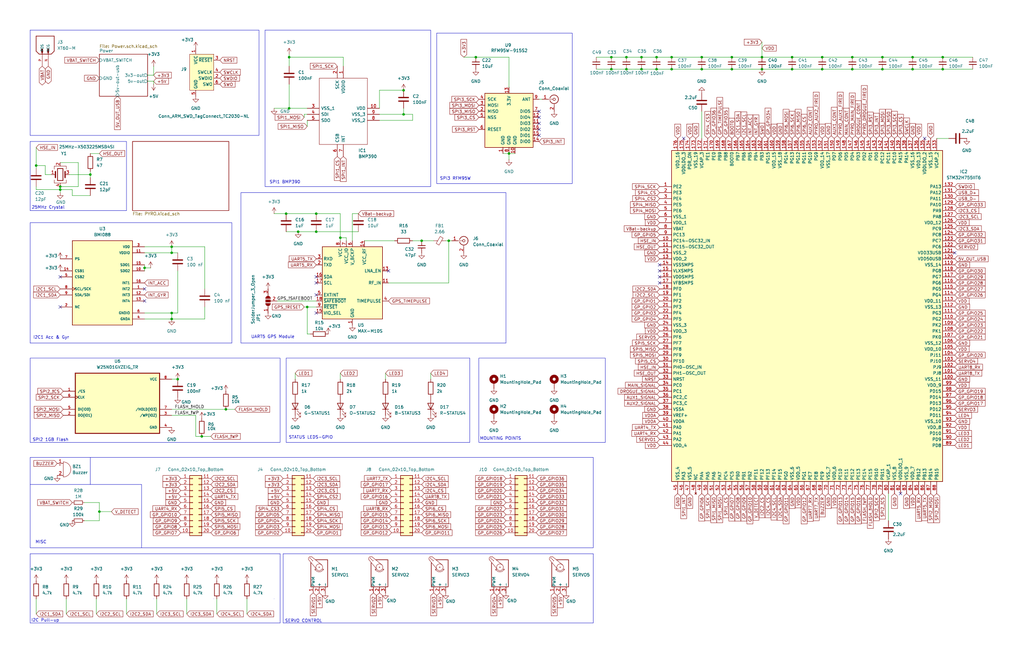
<source format=kicad_sch>
(kicad_sch (version 20231120) (generator "eeschema") (generator_version "8.0")
  (paper "B")
  (title_block (title "H.A.V.O.C.") (rev "1"))
  (lib_symbols
    (symbol "+3V3_1" (power) (pin_numbers hide) (pin_names (offset 0) hide)
      (property "Value" "+3V3" (at 0 3.556 0))
      (symbol "+3V3_1_1_1"
        (pin power_in line (at 0 0 90) (length 0) (name "~") (number "1"))
      )
    )
    (symbol "+3V3_10" (power) (pin_numbers hide) (pin_names (offset 0) hide)
      (property "Value" "+3V3" (at 0 3.556 0))
      (symbol "+3V3_10_1_1"
        (pin power_in line (at 0 0 90) (length 0) (name "~") (number "1"))
      )
    )
    (symbol "+3V3_2" (power) (pin_numbers hide) (pin_names (offset 0) hide)
      (property "Value" "+3V3" (at 0 3.556 0))
      (symbol "+3V3_2_1_1"
        (pin power_in line (at 0 0 90) (length 0) (name "~") (number "1"))
      )
    )
    (symbol "+3V3_3" (power) (pin_numbers hide) (pin_names (offset 0) hide)
      (property "Value" "+3V3" (at 0 3.556 0))
      (symbol "+3V3_3_1_1"
        (pin power_in line (at 0 0 90) (length 0) (name "~") (number "1"))
      )
    )
    (symbol "+3V3_4" (power) (pin_numbers hide) (pin_names (offset 0) hide)
      (property "Value" "+3V3" (at 0 3.556 0))
      (symbol "+3V3_4_1_1"
        (pin power_in line (at 0 0 90) (length 0) (name "~") (number "1"))
      )
    )
    (symbol "+3V3_5" (power) (pin_numbers hide) (pin_names (offset 0) hide)
      (property "Value" "+3V3" (at 0 3.556 0))
      (symbol "+3V3_5_1_1"
        (pin power_in line (at 0 0 90) (length 0) (name "~") (number "1"))
      )
    )
    (symbol "+3V3_6" (power) (pin_numbers hide) (pin_names (offset 0) hide)
      (property "Value" "+3V3" (at 0 3.556 0))
      (symbol "+3V3_6_1_1"
        (pin power_in line (at 0 0 90) (length 0) (name "~") (number "1"))
      )
    )
    (symbol "+3V3_7" (power) (pin_numbers hide) (pin_names (offset 0) hide)
      (property "Value" "+3V3" (at 0 3.556 0))
      (symbol "+3V3_7_1_1"
        (pin power_in line (at 0 0 90) (length 0) (name "~") (number "1"))
      )
    )
    (symbol "+3V3_8" (power) (pin_numbers hide) (pin_names (offset 0) hide)
      (property "Value" "+3V3" (at 0 3.556 0))
      (symbol "+3V3_8_1_1"
        (pin power_in line (at 0 0 90) (length 0) (name "~") (number "1"))
      )
    )
    (symbol "+3V3_9" (power) (pin_numbers hide) (pin_names (offset 0) hide)
      (property "Value" "+3V3" (at 0 3.556 0))
      (symbol "+3V3_9_1_1"
        (pin power_in line (at 0 0 90) (length 0) (name "~") (number "1"))
      )
    )
    (symbol "1GB Flash Chip:W25N01GVZEIG_TR" (pin_names (offset 1.016))
      (property "Reference" "U" (at -17.78 13.7 0))
      (property "Value" "W25N01GVZEIG_TR" (at -17.78 -16.7 0))
      (symbol "W25N01GVZEIG_TR_0_0"
        (pin input line (at -22.86 5.08 0) (length 5.08) (name "/CS") (number "1"))
        (pin bidirectional line (at -22.86 -5.08 0) (length 5.08) (name "DO(IO1)") (number "2"))
        (pin bidirectional line (at 22.86 -5.08 180) (length 5.08) (name "/WP(IO2)") (number "3"))
        (pin power_in line (at 22.86 -10.16 180) (length 5.08) (name "GND") (number "4"))
        (pin bidirectional line (at -22.86 -2.54 0) (length 5.08) (name "DI(IO0)") (number "5"))
        (pin input clock (at -22.86 2.54 0) (length 5.08) (name "CLK") (number "6"))
        (pin bidirectional line (at 22.86 -2.54 180) (length 5.08) (name "/HOLD(IO3)") (number "7"))
        (pin power_in line (at 22.86 10.16 180) (length 5.08) (name "VCC") (number "8"))
      )
    )
    (symbol "Connector:Conn_ARM_SWD_TagConnect_TC2030-NL" (in_bom no)
      (property "Reference" "J" (at 2.54 11.43 0))
      (property "Value" "Conn_ARM_SWD_TagConnect_TC2030-NL" (at 2.54 8.89 0))
      (symbol "Conn_ARM_SWD_TagConnect_TC2030-NL_0_0"
        (pin power_in line (at -2.54 10.16 270) (length 2.54) (name "VCC") (number "1"))
        (pin bidirectional line (at 7.62 -2.54 180) (length 2.54) (name "SWDIO") (number "2"))
        (pin open_collector line (at 7.62 5.08 180) (length 2.54) (name "~{RESET}") (number "3"))
        (pin output line (at 7.62 0 180) (length 2.54) (name "SWCLK") (number "4"))
        (pin power_in line (at -2.54 -10.16 90) (length 2.54) (name "GND") (number "5"))
        (pin input line (at 7.62 -5.08 180) (length 2.54) (name "SWO") (number "6"))
      )
    )
    (symbol "Connector:Conn_Coaxial" (pin_names (offset 1.016) hide)
      (property "Reference" "J" (at 0.254 3.048 0))
      (property "Value" "Conn_Coaxial" (at 2.921 0 90))
      (symbol "Conn_Coaxial_1_1"
        (pin passive line (at -5.08 0 0) (length 2.54) (name "In") (number "1"))
        (pin passive line (at 0 -5.08 90) (length 2.54) (name "Ext") (number "2"))
      )
    )
    (symbol "Connector_Generic:Conn_02x10_Top_Bottom" (pin_names (offset 1.016) hide)
      (property "Reference" "J" (at 1.27 12.7 0))
      (property "Value" "Conn_02x10_Top_Bottom" (at 1.27 -15.24 0))
      (symbol "Conn_02x10_Top_Bottom_1_1"
        (pin passive line (at -5.08 10.16 0) (length 3.81) (name "Pin_1") (number "1"))
        (pin passive line (at -5.08 -12.7 0) (length 3.81) (name "Pin_10") (number "10"))
        (pin passive line (at 7.62 10.16 180) (length 3.81) (name "Pin_11") (number "11"))
        (pin passive line (at 7.62 7.62 180) (length 3.81) (name "Pin_12") (number "12"))
        (pin passive line (at 7.62 5.08 180) (length 3.81) (name "Pin_13") (number "13"))
        (pin passive line (at 7.62 2.54 180) (length 3.81) (name "Pin_14") (number "14"))
        (pin passive line (at 7.62 0 180) (length 3.81) (name "Pin_15") (number "15"))
        (pin passive line (at 7.62 -2.54 180) (length 3.81) (name "Pin_16") (number "16"))
        (pin passive line (at 7.62 -5.08 180) (length 3.81) (name "Pin_17") (number "17"))
        (pin passive line (at 7.62 -7.62 180) (length 3.81) (name "Pin_18") (number "18"))
        (pin passive line (at 7.62 -10.16 180) (length 3.81) (name "Pin_19") (number "19"))
        (pin passive line (at -5.08 7.62 0) (length 3.81) (name "Pin_2") (number "2"))
        (pin passive line (at 7.62 -12.7 180) (length 3.81) (name "Pin_20") (number "20"))
        (pin passive line (at -5.08 5.08 0) (length 3.81) (name "Pin_3") (number "3"))
        (pin passive line (at -5.08 2.54 0) (length 3.81) (name "Pin_4") (number "4"))
        (pin passive line (at -5.08 0 0) (length 3.81) (name "Pin_5") (number "5"))
        (pin passive line (at -5.08 -2.54 0) (length 3.81) (name "Pin_6") (number "6"))
        (pin passive line (at -5.08 -5.08 0) (length 3.81) (name "Pin_7") (number "7"))
        (pin passive line (at -5.08 -7.62 0) (length 3.81) (name "Pin_8") (number "8"))
        (pin passive line (at -5.08 -10.16 0) (length 3.81) (name "Pin_9") (number "9"))
      )
    )
    (symbol "Device:Buzzer" (pin_names (offset 0.0254) hide)
      (property "Reference" "BZ" (at 3.81 1.27 0))
      (property "Value" "Buzzer" (at 3.81 -1.27 0))
      (symbol "Buzzer_1_1"
        (pin passive line (at -2.54 2.54 0) (length 2.54) (name "+") (number "1"))
        (pin passive line (at -2.54 -2.54 0) (length 2.54) (name "-") (number "2"))
      )
    )
    (symbol "Device:C" (pin_numbers hide) (pin_names (offset 0.254))
      (property "Reference" "C" (at 0.635 2.54 0))
      (property "Value" "C" (at 0.635 -2.54 0))
      (symbol "C_1_1"
        (pin passive line (at 0 3.81 270) (length 2.794) (name "~") (number "1"))
        (pin passive line (at 0 -3.81 90) (length 2.794) (name "~") (number "2"))
      )
    )
    (symbol "Device:R" (pin_numbers hide) (pin_names (offset 0))
      (property "Reference" "R" (at 2.032 0 90))
      (property "Value" "R" (at 0 0 90))
      (symbol "R_1_1"
        (pin passive line (at 0 3.81 270) (length 1.27) (name "~") (number "1"))
        (pin passive line (at 0 -3.81 90) (length 1.27) (name "~") (number "2"))
      )
    )
    (symbol "GND_1" (power) (pin_numbers hide) (pin_names (offset 0) hide)
      (property "Value" "GND" (at 0 -3.81 0))
      (symbol "GND_1_1_1"
        (pin power_in line (at 0 0 270) (length 0) (name "~") (number "1"))
      )
    )
    (symbol "GND_10" (power) (pin_numbers hide) (pin_names (offset 0) hide)
      (property "Value" "GND" (at 0 -3.81 0))
      (symbol "GND_10_1_1"
        (pin power_in line (at 0 0 270) (length 0) (name "~") (number "1"))
      )
    )
    (symbol "GND_11" (power) (pin_numbers hide) (pin_names (offset 0) hide)
      (property "Value" "GND" (at 0 -3.81 0))
      (symbol "GND_11_1_1"
        (pin power_in line (at 0 0 270) (length 0) (name "~") (number "1"))
      )
    )
    (symbol "GND_12" (power) (pin_numbers hide) (pin_names (offset 0) hide)
      (property "Value" "GND" (at 0 -3.81 0))
      (symbol "GND_12_1_1"
        (pin power_in line (at 0 0 270) (length 0) (name "~") (number "1"))
      )
    )
    (symbol "GND_13" (power) (pin_numbers hide) (pin_names (offset 0) hide)
      (property "Value" "GND" (at 0 -3.81 0))
      (symbol "GND_13_1_1"
        (pin power_in line (at 0 0 270) (length 0) (name "~") (number "1"))
      )
    )
    (symbol "GND_14" (power) (pin_numbers hide) (pin_names (offset 0) hide)
      (property "Value" "GND" (at 0 -3.81 0))
      (symbol "GND_14_1_1"
        (pin power_in line (at 0 0 270) (length 0) (name "~") (number "1"))
      )
    )
    (symbol "GND_15" (power) (pin_numbers hide) (pin_names (offset 0) hide)
      (property "Value" "GND" (at 0 -3.81 0))
      (symbol "GND_15_1_1"
        (pin power_in line (at 0 0 270) (length 0) (name "~") (number "1"))
      )
    )
    (symbol "GND_2" (power) (pin_numbers hide) (pin_names (offset 0) hide)
      (property "Value" "GND" (at 0 -3.81 0))
      (symbol "GND_2_1_1"
        (pin power_in line (at 0 0 270) (length 0) (name "~") (number "1"))
      )
    )
    (symbol "GND_3" (power) (pin_numbers hide) (pin_names (offset 0) hide)
      (property "Value" "GND" (at 0 -3.81 0))
      (symbol "GND_3_1_1"
        (pin power_in line (at 0 0 270) (length 0) (name "~") (number "1"))
      )
    )
    (symbol "GND_4" (power) (pin_numbers hide) (pin_names (offset 0) hide)
      (property "Value" "GND" (at 0 -3.81 0))
      (symbol "GND_4_1_1"
        (pin power_in line (at 0 0 270) (length 0) (name "~") (number "1"))
      )
    )
    (symbol "GND_5" (power) (pin_numbers hide) (pin_names (offset 0) hide)
      (property "Value" "GND" (at 0 -3.81 0))
      (symbol "GND_5_1_1"
        (pin power_in line (at 0 0 270) (length 0) (name "~") (number "1"))
      )
    )
    (symbol "GND_6" (power) (pin_numbers hide) (pin_names (offset 0) hide)
      (property "Value" "GND" (at 0 -3.81 0))
      (symbol "GND_6_1_1"
        (pin power_in line (at 0 0 270) (length 0) (name "~") (number "1"))
      )
    )
    (symbol "GND_7" (power) (pin_numbers hide) (pin_names (offset 0) hide)
      (property "Value" "GND" (at 0 -3.81 0))
      (symbol "GND_7_1_1"
        (pin power_in line (at 0 0 270) (length 0) (name "~") (number "1"))
      )
    )
    (symbol "GND_8" (power) (pin_numbers hide) (pin_names (offset 0) hide)
      (property "Value" "GND" (at 0 -3.81 0))
      (symbol "GND_8_1_1"
        (pin power_in line (at 0 0 270) (length 0) (name "~") (number "1"))
      )
    )
    (symbol "GND_9" (power) (pin_numbers hide) (pin_names (offset 0) hide)
      (property "Value" "GND" (at 0 -3.81 0))
      (symbol "GND_9_1_1"
        (pin power_in line (at 0 0 270) (length 0) (name "~") (number "1"))
      )
    )
    (symbol "HAVOC IMU/MAGNETOMETER:BMI088" (pin_names (offset 1.016))
      (property "Reference" "U" (at -12.7 18.415 0))
      (property "Value" "BMI088" (at -12.7 -20.32 0))
      (symbol "BMI088_0_0"
        (pin bidirectional line (at 17.78 -2.54 180) (length 5.08) (name "INT2") (number "1"))
        (pin output line (at 17.78 5.08 180) (length 5.08) (name "SDO2") (number "10"))
        (pin power_in line (at 17.78 12.7 180) (length 5.08) (name "VDDIO") (number "11"))
        (pin bidirectional line (at 17.78 -5.08 180) (length 5.08) (name "INT3") (number "12"))
        (pin bidirectional line (at 17.78 -7.62 180) (length 5.08) (name "INT4") (number "13"))
        (pin input line (at -17.78 5.08 0) (length 5.08) (name "CSB1") (number "14"))
        (pin output line (at 17.78 7.62 180) (length 5.08) (name "SDO1") (number "15"))
        (pin bidirectional line (at 17.78 0 180) (length 5.08) (name "INT1") (number "16"))
        (pin passive line (at -17.78 -10.16 0) (length 5.08) (name "NC") (number "2"))
        (pin power_in line (at 17.78 15.24 180) (length 5.08) (name "VDD") (number "3"))
        (pin power_in line (at 17.78 -15.24 180) (length 5.08) (name "GNDA") (number "4"))
        (pin input line (at -17.78 2.54 0) (length 5.08) (name "CSB2") (number "5"))
        (pin power_in line (at 17.78 -12.7 180) (length 5.08) (name "GNDIO") (number "6"))
        (pin input line (at -17.78 10.16 0) (length 5.08) (name "PS") (number "7"))
        (pin input clock (at -17.78 -2.54 0) (length 5.08) (name "SCL/SCK") (number "8"))
        (pin bidirectional line (at -17.78 -5.08 0) (length 5.08) (name "SDA/SDI") (number "9"))
      )
    )
    (symbol "Jumper:SolderJumper_3_Open" (pin_names (offset 0) hide) (exclude_from_sim yes) (in_bom no)
      (property "Reference" "JP" (at -2.54 -2.54 0))
      (property "Value" "SolderJumper_3_Open" (at 0 2.794 0))
      (symbol "SolderJumper_3_Open_1_1"
        (pin passive line (at -5.08 0 0) (length 2.54) (name "A") (number "1"))
        (pin passive line (at 0 -3.81 90) (length 2.54) (name "C") (number "2"))
        (pin passive line (at 5.08 0 180) (length 2.54) (name "B") (number "3"))
      )
    )
    (symbol "MCU_ST_STM32H7:STM32H755IIT6"
      (property "Reference" "IC" (at 120.65 20.32 0))
      (property "Value" "STM32H755IIT6" (at 120.65 17.78 0))
      (symbol "STM32H755IIT6_1_1"
        (pin passive line (at 0 0 0) (length 5.08) (name "PE2") (number "1"))
        (pin passive line (at 0 -22.86 0) (length 5.08) (name "PC14-OSC32_IN") (number "10"))
        (pin passive line (at 124.46 -81.28 180) (length 5.08) (name "VSS_11") (number "100"))
        (pin passive line (at 124.46 -78.74 180) (length 5.08) (name "PJ8") (number "101"))
        (pin passive line (at 124.46 -76.2 180) (length 5.08) (name "PJ9") (number "102"))
        (pin passive line (at 124.46 -73.66 180) (length 5.08) (name "PJ10") (number "103"))
        (pin passive line (at 124.46 -71.12 180) (length 5.08) (name "PJ11") (number "104"))
        (pin passive line (at 124.46 -68.58 180) (length 5.08) (name "VDD_10") (number "105"))
        (pin passive line (at 124.46 -66.04 180) (length 5.08) (name "VSS_12") (number "106"))
        (pin passive line (at 124.46 -63.5 180) (length 5.08) (name "PK0") (number "107"))
        (pin passive line (at 124.46 -60.96 180) (length 5.08) (name "PK1") (number "108"))
        (pin passive line (at 124.46 -58.42 180) (length 5.08) (name "PK2") (number "109"))
        (pin passive line (at 0 -25.4 0) (length 5.08) (name "PC15-OSC32_OUT") (number "11"))
        (pin passive line (at 124.46 -55.88 180) (length 5.08) (name "PG2") (number "110"))
        (pin passive line (at 124.46 -53.34 180) (length 5.08) (name "PG3") (number "111"))
        (pin passive line (at 124.46 -50.8 180) (length 5.08) (name "VSS_13") (number "112"))
        (pin passive line (at 124.46 -48.26 180) (length 5.08) (name "VDD_11") (number "113"))
        (pin passive line (at 124.46 -45.72 180) (length 5.08) (name "PG4") (number "114"))
        (pin passive line (at 124.46 -43.18 180) (length 5.08) (name "PG5") (number "115"))
        (pin passive line (at 124.46 -40.64 180) (length 5.08) (name "PG6") (number "116"))
        (pin passive line (at 124.46 -38.1 180) (length 5.08) (name "PG7") (number "117"))
        (pin passive line (at 124.46 -35.56 180) (length 5.08) (name "PG8") (number "118"))
        (pin passive line (at 124.46 -33.02 180) (length 5.08) (name "VSS_14") (number "119"))
        (pin passive line (at 0 -27.94 0) (length 5.08) (name "VSS_2") (number "12"))
        (pin passive line (at 124.46 -30.48 180) (length 5.08) (name "VDD50USB") (number "120"))
        (pin passive line (at 124.46 -27.94 180) (length 5.08) (name "VDD33USB") (number "121"))
        (pin passive line (at 124.46 -25.4 180) (length 5.08) (name "PC6") (number "122"))
        (pin passive line (at 124.46 -22.86 180) (length 5.08) (name "PC7") (number "123"))
        (pin passive line (at 124.46 -20.32 180) (length 5.08) (name "PC8") (number "124"))
        (pin passive line (at 124.46 -17.78 180) (length 5.08) (name "PC9") (number "125"))
        (pin passive line (at 124.46 -15.24 180) (length 5.08) (name "VDD_12") (number "126"))
        (pin passive line (at 124.46 -12.7 180) (length 5.08) (name "PA8") (number "127"))
        (pin passive line (at 124.46 -10.16 180) (length 5.08) (name "PA9") (number "128"))
        (pin passive line (at 124.46 -7.62 180) (length 5.08) (name "PA10") (number "129"))
        (pin passive line (at 0 -30.48 0) (length 5.08) (name "VDD_2") (number "13"))
        (pin passive line (at 124.46 -5.08 180) (length 5.08) (name "PA11") (number "130"))
        (pin passive line (at 124.46 -2.54 180) (length 5.08) (name "PA12") (number "131"))
        (pin passive line (at 124.46 0 180) (length 5.08) (name "PA13") (number "132"))
        (pin passive line (at 116.84 20.32 270) (length 5.08) (name "VCAP_2") (number "133"))
        (pin passive line (at 114.3 20.32 270) (length 5.08) (name "VSS_15") (number "134"))
        (pin passive line (at 111.76 20.32 270) (length 5.08) (name "VDDLDO_2") (number "135"))
        (pin passive line (at 109.22 20.32 270) (length 5.08) (name "VDD_13") (number "136"))
        (pin passive line (at 106.68 20.32 270) (length 5.08) (name "VSS_16") (number "137"))
        (pin passive line (at 104.14 20.32 270) (length 5.08) (name "PA14") (number "138"))
        (pin passive line (at 101.6 20.32 270) (length 5.08) (name "PA15") (number "139"))
        (pin passive line (at 0 -33.02 0) (length 5.08) (name "VSSSMPS") (number "14"))
        (pin passive line (at 99.06 20.32 270) (length 5.08) (name "PC10") (number "140"))
        (pin passive line (at 96.52 20.32 270) (length 5.08) (name "PC11") (number "141"))
        (pin passive line (at 93.98 20.32 270) (length 5.08) (name "PC12") (number "142"))
        (pin passive line (at 91.44 20.32 270) (length 5.08) (name "PD0") (number "143"))
        (pin passive line (at 88.9 20.32 270) (length 5.08) (name "PD1") (number "144"))
        (pin passive line (at 86.36 20.32 270) (length 5.08) (name "PD2") (number "145"))
        (pin passive line (at 83.82 20.32 270) (length 5.08) (name "PD3") (number "146"))
        (pin passive line (at 81.28 20.32 270) (length 5.08) (name "PD4") (number "147"))
        (pin passive line (at 78.74 20.32 270) (length 5.08) (name "PD5") (number "148"))
        (pin passive line (at 76.2 20.32 270) (length 5.08) (name "PD6") (number "149"))
        (pin passive line (at 0 -35.56 0) (length 5.08) (name "VLXSMPS") (number "15"))
        (pin passive line (at 73.66 20.32 270) (length 5.08) (name "PD7") (number "150"))
        (pin passive line (at 71.12 20.32 270) (length 5.08) (name "VSS_17") (number "151"))
        (pin passive line (at 68.58 20.32 270) (length 5.08) (name "VDD_14") (number "152"))
        (pin passive line (at 66.04 20.32 270) (length 5.08) (name "PG9") (number "153"))
        (pin passive line (at 63.5 20.32 270) (length 5.08) (name "PG10") (number "154"))
        (pin passive line (at 60.96 20.32 270) (length 5.08) (name "PG11") (number "155"))
        (pin passive line (at 58.42 20.32 270) (length 5.08) (name "PG12") (number "156"))
        (pin passive line (at 55.88 20.32 270) (length 5.08) (name "PG13") (number "157"))
        (pin passive line (at 53.34 20.32 270) (length 5.08) (name "PG14") (number "158"))
        (pin passive line (at 50.8 20.32 270) (length 5.08) (name "VSS_18") (number "159"))
        (pin passive line (at 0 -38.1 0) (length 5.08) (name "VDDSMPS") (number "16"))
        (pin passive line (at 48.26 20.32 270) (length 5.08) (name "VDD_15") (number "160"))
        (pin passive line (at 45.72 20.32 270) (length 5.08) (name "PG15") (number "161"))
        (pin passive line (at 43.18 20.32 270) (length 5.08) (name "PB3") (number "162"))
        (pin passive line (at 40.64 20.32 270) (length 5.08) (name "PB4") (number "163"))
        (pin passive line (at 38.1 20.32 270) (length 5.08) (name "PB5") (number "164"))
        (pin passive line (at 35.56 20.32 270) (length 5.08) (name "PB6") (number "165"))
        (pin passive line (at 33.02 20.32 270) (length 5.08) (name "PB7") (number "166"))
        (pin passive line (at 30.48 20.32 270) (length 5.08) (name "BOOT0") (number "167"))
        (pin passive line (at 27.94 20.32 270) (length 5.08) (name "PB8") (number "168"))
        (pin passive line (at 25.4 20.32 270) (length 5.08) (name "PB9") (number "169"))
        (pin passive line (at 0 -40.64 0) (length 5.08) (name "VFBSMPS") (number "17"))
        (pin passive line (at 22.86 20.32 270) (length 5.08) (name "PE0") (number "170"))
        (pin passive line (at 20.32 20.32 270) (length 5.08) (name "PE1") (number "171"))
        (pin passive line (at 17.78 20.32 270) (length 5.08) (name "VCAP_3") (number "172"))
        (pin passive line (at 15.24 20.32 270) (length 5.08) (name "VSS_19") (number "173"))
        (pin passive line (at 12.7 20.32 270) (length 5.08) (name "PDR_ON") (number "174"))
        (pin passive line (at 10.16 20.32 270) (length 5.08) (name "VDDLDO_3") (number "175"))
        (pin passive line (at 7.62 20.32 270) (length 5.08) (name "VDD_16") (number "176"))
        (pin passive line (at 0 -43.18 0) (length 5.08) (name "PF0") (number "18"))
        (pin passive line (at 0 -45.72 0) (length 5.08) (name "PF1") (number "19"))
        (pin passive line (at 0 -2.54 0) (length 5.08) (name "PE3") (number "2"))
        (pin passive line (at 0 -48.26 0) (length 5.08) (name "PF2") (number "20"))
        (pin passive line (at 0 -50.8 0) (length 5.08) (name "PF3") (number "21"))
        (pin passive line (at 0 -53.34 0) (length 5.08) (name "PF4") (number "22"))
        (pin passive line (at 0 -55.88 0) (length 5.08) (name "PF5") (number "23"))
        (pin passive line (at 0 -58.42 0) (length 5.08) (name "VSS_3") (number "24"))
        (pin passive line (at 0 -60.96 0) (length 5.08) (name "VDD_3") (number "25"))
        (pin passive line (at 0 -63.5 0) (length 5.08) (name "PF6") (number "26"))
        (pin passive line (at 0 -66.04 0) (length 5.08) (name "PF7") (number "27"))
        (pin passive line (at 0 -68.58 0) (length 5.08) (name "PF8") (number "28"))
        (pin passive line (at 0 -71.12 0) (length 5.08) (name "PF9") (number "29"))
        (pin passive line (at 0 -5.08 0) (length 5.08) (name "PE4") (number "3"))
        (pin passive line (at 0 -73.66 0) (length 5.08) (name "PF10") (number "30"))
        (pin passive line (at 0 -76.2 0) (length 5.08) (name "PH0-OSC_IN") (number "31"))
        (pin passive line (at 0 -78.74 0) (length 5.08) (name "PH1-OSC_OUT") (number "32"))
        (pin passive line (at 0 -81.28 0) (length 5.08) (name "NRST") (number "33"))
        (pin passive line (at 0 -83.82 0) (length 5.08) (name "PC0") (number "34"))
        (pin passive line (at 0 -86.36 0) (length 5.08) (name "PC1") (number "35"))
        (pin passive line (at 0 -88.9 0) (length 5.08) (name "PC2_C") (number "36"))
        (pin passive line (at 0 -91.44 0) (length 5.08) (name "PC3_C") (number "37"))
        (pin passive line (at 0 -93.98 0) (length 5.08) (name "VSSA") (number "38"))
        (pin passive line (at 0 -96.52 0) (length 5.08) (name "VREF+") (number "39"))
        (pin passive line (at 0 -7.62 0) (length 5.08) (name "PE5") (number "4"))
        (pin passive line (at 0 -99.06 0) (length 5.08) (name "VDDA") (number "40"))
        (pin passive line (at 0 -101.6 0) (length 5.08) (name "PA0") (number "41"))
        (pin passive line (at 0 -104.14 0) (length 5.08) (name "PA1") (number "42"))
        (pin passive line (at 0 -106.68 0) (length 5.08) (name "PA2") (number "43"))
        (pin passive line (at 0 -109.22 0) (length 5.08) (name "VDD_4") (number "44"))
        (pin passive line (at 7.62 -129.54 90) (length 5.08) (name "VSS_4") (number "45"))
        (pin passive line (at 10.16 -129.54 90) (length 5.08) (name "PA3") (number "46"))
        (pin passive line (at 12.7 -129.54 90) (length 5.08) (name "VSS_5") (number "47"))
        (pin no_connect line (at 15.24 -129.54 90) (length 5.08) (name "NC") (number "48"))
        (pin passive line (at 17.78 -129.54 90) (length 5.08) (name "PA4") (number "49"))
        (pin passive line (at 0 -10.16 0) (length 5.08) (name "PE6") (number "5"))
        (pin passive line (at 20.32 -129.54 90) (length 5.08) (name "PA5") (number "50"))
        (pin passive line (at 22.86 -129.54 90) (length 5.08) (name "PA6") (number "51"))
        (pin passive line (at 25.4 -129.54 90) (length 5.08) (name "PA7") (number "52"))
        (pin passive line (at 27.94 -129.54 90) (length 5.08) (name "PC4") (number "53"))
        (pin passive line (at 30.48 -129.54 90) (length 5.08) (name "PC5") (number "54"))
        (pin passive line (at 33.02 -129.54 90) (length 5.08) (name "PB0") (number "55"))
        (pin passive line (at 35.56 -129.54 90) (length 5.08) (name "PB1") (number "56"))
        (pin passive line (at 38.1 -129.54 90) (length 5.08) (name "PB2") (number "57"))
        (pin passive line (at 40.64 -129.54 90) (length 5.08) (name "PF11") (number "58"))
        (pin passive line (at 43.18 -129.54 90) (length 5.08) (name "PF12") (number "59"))
        (pin passive line (at 0 -12.7 0) (length 5.08) (name "VSS_1") (number "6"))
        (pin passive line (at 45.72 -129.54 90) (length 5.08) (name "PF13") (number "60"))
        (pin passive line (at 48.26 -129.54 90) (length 5.08) (name "PF14") (number "61"))
        (pin passive line (at 50.8 -129.54 90) (length 5.08) (name "PF15") (number "62"))
        (pin passive line (at 53.34 -129.54 90) (length 5.08) (name "PG0") (number "63"))
        (pin passive line (at 55.88 -129.54 90) (length 5.08) (name "VSS_6") (number "64"))
        (pin passive line (at 58.42 -129.54 90) (length 5.08) (name "VDD_5") (number "65"))
        (pin passive line (at 60.96 -129.54 90) (length 5.08) (name "PG1") (number "66"))
        (pin passive line (at 63.5 -129.54 90) (length 5.08) (name "PE7") (number "67"))
        (pin passive line (at 66.04 -129.54 90) (length 5.08) (name "PE8") (number "68"))
        (pin passive line (at 68.58 -129.54 90) (length 5.08) (name "PE9") (number "69"))
        (pin passive line (at 0 -15.24 0) (length 5.08) (name "VDD_1") (number "7"))
        (pin passive line (at 71.12 -129.54 90) (length 5.08) (name "VSS_7") (number "70"))
        (pin passive line (at 73.66 -129.54 90) (length 5.08) (name "VDD_6") (number "71"))
        (pin passive line (at 76.2 -129.54 90) (length 5.08) (name "PE10") (number "72"))
        (pin passive line (at 78.74 -129.54 90) (length 5.08) (name "PE11") (number "73"))
        (pin passive line (at 81.28 -129.54 90) (length 5.08) (name "PE12") (number "74"))
        (pin passive line (at 83.82 -129.54 90) (length 5.08) (name "PE13") (number "75"))
        (pin passive line (at 86.36 -129.54 90) (length 5.08) (name "PE14") (number "76"))
        (pin passive line (at 88.9 -129.54 90) (length 5.08) (name "PE15") (number "77"))
        (pin passive line (at 91.44 -129.54 90) (length 5.08) (name "PB10") (number "78"))
        (pin passive line (at 93.98 -129.54 90) (length 5.08) (name "PB11") (number "79"))
        (pin passive line (at 0 -17.78 0) (length 5.08) (name "VBAT") (number "8"))
        (pin passive line (at 96.52 -129.54 90) (length 5.08) (name "VCAP_1") (number "80"))
        (pin passive line (at 99.06 -129.54 90) (length 5.08) (name "VSS_8") (number "81"))
        (pin passive line (at 101.6 -129.54 90) (length 5.08) (name "VDDLDO_1") (number "82"))
        (pin passive line (at 104.14 -129.54 90) (length 5.08) (name "VSS_9") (number "83"))
        (pin passive line (at 106.68 -129.54 90) (length 5.08) (name "VDD_7") (number "84"))
        (pin passive line (at 109.22 -129.54 90) (length 5.08) (name "PB12") (number "85"))
        (pin passive line (at 111.76 -129.54 90) (length 5.08) (name "PB13") (number "86"))
        (pin passive line (at 114.3 -129.54 90) (length 5.08) (name "PB14") (number "87"))
        (pin passive line (at 116.84 -129.54 90) (length 5.08) (name "PB15") (number "88"))
        (pin passive line (at 124.46 -109.22 180) (length 5.08) (name "PD8") (number "89"))
        (pin passive line (at 0 -20.32 0) (length 5.08) (name "PC13") (number "9"))
        (pin passive line (at 124.46 -106.68 180) (length 5.08) (name "PD9") (number "90"))
        (pin passive line (at 124.46 -104.14 180) (length 5.08) (name "PD10") (number "91"))
        (pin passive line (at 124.46 -101.6 180) (length 5.08) (name "VDD_8") (number "92"))
        (pin passive line (at 124.46 -99.06 180) (length 5.08) (name "VSS_10") (number "93"))
        (pin passive line (at 124.46 -96.52 180) (length 5.08) (name "PD11") (number "94"))
        (pin passive line (at 124.46 -93.98 180) (length 5.08) (name "PD12") (number "95"))
        (pin passive line (at 124.46 -91.44 180) (length 5.08) (name "PD13") (number "96"))
        (pin passive line (at 124.46 -88.9 180) (length 5.08) (name "PD14") (number "97"))
        (pin passive line (at 124.46 -86.36 180) (length 5.08) (name "PD15") (number "98"))
        (pin passive line (at 124.46 -83.82 180) (length 5.08) (name "VDD_9") (number "99"))
      )
    )
    (symbol "Mechanical:MountingHole_Pad" (pin_numbers hide) (pin_names (offset 1.016) hide) (exclude_from_sim yes) (in_bom no)
      (property "Reference" "H" (at 0 6.35 0))
      (property "Value" "MountingHole_Pad" (at 0 4.445 0))
      (symbol "MountingHole_Pad_1_1"
        (pin input line (at 0 -2.54 90) (length 2.54) (name "1") (number "1"))
      )
    )
    (symbol "Motor:Motor_Servo" (pin_names (offset 0.0254))
      (property "Reference" "M" (at -5.08 4.445 0))
      (property "Value" "Motor_Servo" (at -5.08 -4.064 0))
      (symbol "Motor_Servo_1_1"
        (pin passive line (at -7.62 2.54 0) (length 2.54) (name "PWM") (number "1"))
        (pin passive line (at -7.62 0 0) (length 2.54) (name "+") (number "2"))
        (pin passive line (at -7.62 -2.54 0) (length 2.54) (name "-") (number "3"))
      )
    )
    (symbol "RF_GPS:MAX-M10S"
      (property "Reference" "U" (at -10.16 16.51 0))
      (property "Value" "MAX-M10S" (at 11.43 16.51 0))
      (symbol "MAX-M10S_1_1"
        (pin power_in line (at 0 -17.78 90) (length 2.54) (name "GND") (number "1"))
        (pin passive line (at 0 -17.78 90) (length 2.54) hide (name "GND") (number "10"))
        (pin input line (at 15.24 0 180) (length 2.54) (name "RF_IN") (number "11"))
        (pin passive line (at 0 -17.78 90) (length 2.54) hide (name "GND") (number "12"))
        (pin output line (at 15.24 5.08 180) (length 2.54) (name "LNA_EN") (number "13"))
        (pin power_out line (at 5.08 17.78 270) (length 2.54) (name "VCC_RF") (number "14"))
        (pin input line (at -15.24 -12.7 0) (length 2.54) (name "VIO_SEL") (number "15"))
        (pin bidirectional line (at -15.24 2.54 0) (length 2.54) (name "SDA") (number "16"))
        (pin input line (at -15.24 0 0) (length 2.54) (name "SCL") (number "17"))
        (pin input line (at -15.24 -7.62 0) (length 2.54) (name "~{SAFEBOOT}") (number "18"))
        (pin output line (at -15.24 7.62 0) (length 2.54) (name "TXD") (number "2"))
        (pin input line (at -15.24 10.16 0) (length 2.54) (name "RXD") (number "3"))
        (pin output line (at 15.24 -7.62 180) (length 2.54) (name "TIMEPULSE") (number "4"))
        (pin input line (at -15.24 -5.08 0) (length 2.54) (name "EXTINT") (number "5"))
        (pin power_in line (at 0 17.78 270) (length 2.54) (name "V_BCKP") (number "6"))
        (pin power_in line (at -2.54 17.78 270) (length 2.54) (name "VCC_IO") (number "7"))
        (pin power_in line (at -5.08 17.78 270) (length 2.54) (name "VCC") (number "8"))
        (pin input line (at -15.24 -10.16 0) (length 2.54) (name "~{RESET}") (number "9"))
      )
    )
    (symbol "RF_Module:RFM95W-915S2" (pin_names (offset 1.016))
      (property "Reference" "U" (at -10.414 11.684 0))
      (property "Value" "RFM95W-915S2" (at 1.524 11.43 0))
      (symbol "RFM95W-915S2_1_1"
        (pin power_in line (at -2.54 -15.24 90) (length 2.54) (name "GND") (number "1"))
        (pin power_in line (at 2.54 -15.24 90) (length 2.54) (name "GND") (number "10"))
        (pin bidirectional line (at 12.7 -2.54 180) (length 2.54) (name "DIO3") (number "11"))
        (pin bidirectional line (at 12.7 0 180) (length 2.54) (name "DIO4") (number "12"))
        (pin power_in line (at 0 12.7 270) (length 2.54) (name "3.3V") (number "13"))
        (pin bidirectional line (at 12.7 -10.16 180) (length 2.54) (name "DIO0") (number "14"))
        (pin bidirectional line (at 12.7 -7.62 180) (length 2.54) (name "DIO1") (number "15"))
        (pin bidirectional line (at 12.7 -5.08 180) (length 2.54) (name "DIO2") (number "16"))
        (pin output line (at -12.7 2.54 0) (length 2.54) (name "MISO") (number "2"))
        (pin input line (at -12.7 5.08 0) (length 2.54) (name "MOSI") (number "3"))
        (pin input line (at -12.7 7.62 0) (length 2.54) (name "SCK") (number "4"))
        (pin input line (at -12.7 0 0) (length 2.54) (name "NSS") (number "5"))
        (pin bidirectional line (at -12.7 -5.08 0) (length 2.54) (name "RESET") (number "6"))
        (pin bidirectional line (at 12.7 2.54 180) (length 2.54) (name "DIO5") (number "7"))
        (pin power_in line (at 0 -15.24 90) (length 2.54) (name "GND") (number "8"))
        (pin bidirectional line (at 12.7 7.62 180) (length 2.54) (name "ANT") (number "9"))
      )
    )
    (symbol "XT60-M:XT60-M" (pin_names (offset 1.016))
      (property "Reference" "J" (at 0 6.35 0))
      (property "Value" "XT60-M" (at 0 -5.08 0))
      (symbol "XT60-M_0_0"
        (pin passive line (at -5.08 0 0) (length 5.08) (name "NEG") (number "N"))
        (pin passive line (at -5.08 2.54 0) (length 5.08) (name "POS") (number "P"))
      )
    )
    (symbol "bmp390:BMP390" (pin_names (offset 0.762))
      (property "Reference" "IC" (at 26.67 17.78 0))
      (property "Value" "BMP390" (at 26.67 15.24 0))
      (symbol "BMP390_0_0"
        (pin passive line (at 15.24 17.78 270) (length 5.08) (name "VDDIO") (number "1"))
        (pin passive line (at 30.48 0 180) (length 5.08) (name "VDD") (number "10"))
        (pin passive line (at 12.7 17.78 270) (length 5.08) (name "SCK") (number "2"))
        (pin passive line (at 0 0 0) (length 5.08) (name "VSS_1") (number "3"))
        (pin passive line (at 0 -2.54 0) (length 5.08) (name "SDI") (number "4"))
        (pin passive line (at 0 -5.08 0) (length 5.08) (name "SDO") (number "5"))
        (pin passive line (at 12.7 -20.32 90) (length 5.08) (name "CSB") (number "6"))
        (pin passive line (at 15.24 -20.32 90) (length 5.08) (name "INT") (number "7"))
        (pin passive line (at 30.48 -5.08 180) (length 5.08) (name "VSS_2") (number "8"))
        (pin passive line (at 30.48 -2.54 180) (length 5.08) (name "VSS_3") (number "9"))
      )
    )
    (symbol "cr-2032:C_Small" (pin_numbers hide) (pin_names (offset 0.254) hide)
      (property "Reference" "C" (at 0.254 1.778 0))
      (property "Value" "C_Small" (at 0.254 -2.032 0))
      (symbol "C_Small_1_1"
        (pin passive line (at 0 2.54 270) (length 2.032) (name "~") (number "1"))
        (pin passive line (at 0 -2.54 90) (length 2.032) (name "~") (number "2"))
      )
    )
    (symbol "cr-2032:Crystal_GND24" (pin_names (offset 1.016) hide)
      (property "Reference" "Y" (at 3.175 5.08 0))
      (property "Value" "Crystal_GND24" (at 3.175 3.175 0))
      (symbol "Crystal_GND24_1_1"
        (pin passive line (at -3.81 0 0) (length 1.27) (name "1") (number "1"))
        (pin passive line (at 0 5.08 270) (length 1.27) (name "2") (number "2"))
        (pin passive line (at 3.81 0 180) (length 1.27) (name "3") (number "3"))
        (pin passive line (at 0 -5.08 90) (length 1.27) (name "4") (number "4"))
      )
    )
    (symbol "cr-2032:FerriteBead_Small" (pin_numbers hide) (pin_names (offset 0))
      (property "Reference" "FB" (at 1.905 1.27 0))
      (property "Value" "FerriteBead_Small" (at 1.905 -1.27 0))
      (symbol "FerriteBead_Small_1_1"
        (pin passive line (at 0 2.54 270) (length 1.27) (name "~") (number "1"))
        (pin passive line (at 0 -2.54 90) (length 1.27) (name "~") (number "2"))
      )
    )
    (symbol "cr-2032:LED" (pin_numbers hide) (pin_names (offset 1.016) hide)
      (property "Reference" "D" (at 0 2.54 0))
      (property "Value" "LED" (at 0 -2.54 0))
      (symbol "LED_1_1"
        (pin passive line (at -3.81 0 0) (length 2.54) (name "K") (number "1"))
        (pin passive line (at 3.81 0 180) (length 2.54) (name "A") (number "2"))
      )
    )
    (symbol "cr-2032:R_Small" (pin_numbers hide) (pin_names (offset 0.254) hide)
      (property "Reference" "R" (at 0.762 0.508 0))
      (property "Value" "R_Small" (at 0.762 -1.016 0))
      (symbol "R_Small_1_1"
        (pin passive line (at 0 2.54 270) (length 0.762) (name "~") (number "1"))
        (pin passive line (at 0 -2.54 90) (length 0.762) (name "~") (number "2"))
      )
    )
    (symbol "power:+3V3" (power) (pin_names (offset 0))
      (property "Value" "+3V3" (at 0 3.556 0))
      (symbol "+3V3_1_1"
        (pin power_in line (at 0 0 90) (length 0) hide (name "+3V3") (number "1"))
      )
    )
    (symbol "power:+5V" (power) (pin_numbers hide) (pin_names (offset 0) hide)
      (property "Value" "+5V" (at 0 3.556 0))
      (symbol "+5V_1_1"
        (pin power_in line (at 0 0 90) (length 0) (name "~") (number "1"))
      )
    )
    (symbol "power:GND" (power) (pin_names (offset 0))
      (property "Value" "GND" (at 0 -3.81 0))
      (symbol "GND_1_1"
        (pin power_in line (at 0 0 270) (length 0) hide (name "GND") (number "1"))
      )
    )
  )
  (junction (at 397.51 24.13))
  (junction (at 85.09 184.15))
  (junction (at 270.51 24.13))
  (junction (at 334.01 24.13))
  (junction (at 133.35 97.79))
  (junction (at 264.16 24.13))
  (junction (at 397.51 29.21))
  (junction (at 257.81 24.13))
  (junction (at 200.66 24.13))
  (junction (at 129.54 129.54))
  (junction (at 177.8 101.6))
  (junction (at 372.11 29.21))
  (junction (at 384.81 29.21))
  (junction (at 308.61 24.13))
  (junction (at 15.24 69.85))
  (junction (at 295.91 29.21))
  (junction (at 346.71 29.21))
  (junction (at 346.71 24.13))
  (junction (at 321.31 29.21))
  (junction (at 41.91 215.9))
  (junction (at 384.81 24.13))
  (junction (at 72.39 134.62))
  (junction (at 120.65 90.17))
  (junction (at 121.92 24.13))
  (junction (at 121.92 45.72))
  (junction (at 308.61 29.21))
  (junction (at 189.23 101.6))
  (junction (at 276.86 24.13))
  (junction (at 359.41 29.21))
  (junction (at 270.51 29.21))
  (junction (at 264.16 29.21))
  (junction (at 257.81 29.21))
  (junction (at 334.01 29.21))
  (junction (at 25.4 78.74))
  (junction (at 170.18 38.1))
  (junction (at 276.86 29.21))
  (junction (at 72.39 106.68))
  (junction (at 72.39 104.14))
  (junction (at 95.25 172.72))
  (junction (at 170.18 48.26))
  (junction (at 125.73 97.79))
  (junction (at 214.63 64.77))
  (junction (at 133.35 90.17))
  (junction (at 295.91 24.13))
  (junction (at 372.11 24.13))
  (junction (at 38.1 73.66))
  (junction (at 321.31 24.13))
  (junction (at 283.21 29.21))
  (junction (at 143.51 100.33))
  (junction (at 359.41 24.13))
  (junction (at 72.39 132.08))
  (junction (at 283.21 24.13))
  (junction (at 74.93 160.02))
  (junction (at 25.4 80.01))
  (junction (at 60.96 113.03))
  (no_connect (at 227.33 54.61))
  (no_connect (at 133.35 124.46))
  (no_connect (at 278.13 114.3))
  (no_connect (at 163.83 114.3))
  (no_connect (at 227.33 46.99))
  (no_connect (at 133.35 132.08))
  (no_connect (at 25.4 116.84))
  (no_connect (at 60.96 121.92))
  (no_connect (at 288.29 58.42))
  (no_connect (at 379.73 208.28))
  (no_connect (at 25.4 129.54))
  (no_connect (at 227.33 52.07))
  (no_connect (at 227.33 57.15))
  (no_connect (at 60.96 127))
  (no_connect (at 278.13 111.76))
  (no_connect (at 227.33 49.53))
  (no_connect (at 278.13 119.38))
  (no_connect (at 133.35 116.84))
  (no_connect (at 133.35 119.38))
  (no_connect (at 389.89 58.42))
  (no_connect (at 278.13 116.84))
  (no_connect (at 402.59 106.68))
  (polyline (pts (xy 12.7 233.68) (xy 118.11 233.68)))
  (wire (pts (xy 374.65 208.28) (xy 374.65 219.71)))
  (wire (pts (xy 151.13 97.79) (xy 133.35 97.79)))
  (polyline (pts (xy 90.17 252.73) (xy 90.17 252.73)))
  (wire (pts (xy 212.09 64.77) (xy 214.63 64.77)))
  (wire (pts (xy 257.81 24.13) (xy 264.16 24.13)))
  (wire (pts (xy 359.41 29.21) (xy 372.11 29.21)))
  (wire (pts (xy 29.21 73.66) (xy 38.1 73.66)))
  (wire (pts (xy 64.77 34.29) (xy 64.77 35.56)))
  (wire (pts (xy 283.21 24.13) (xy 295.91 24.13)))
  (wire (pts (xy 162.56 160.02) (xy 162.56 157.48)))
  (wire (pts (xy 372.11 24.13) (xy 384.81 24.13)))
  (wire (pts (xy 99.06 172.72) (xy 95.25 172.72)))
  (wire (pts (xy 72.39 172.72) (xy 95.25 172.72)))
  (wire (pts (xy 133.35 90.17) (xy 143.51 90.17)))
  (wire (pts (xy 35.56 212.09) (xy 41.91 212.09)))
  (wire (pts (xy 283.21 29.21) (xy 295.91 29.21)))
  (polyline (pts (xy 12.7 233.68) (xy 12.7 262.89)))
  (wire (pts (xy 91.44 252.73) (xy 91.44 259.08)))
  (wire (pts (xy 397.51 29.21) (xy 410.21 29.21)))
  (wire (pts (xy 214.63 64.77) (xy 217.17 64.77)))
  (wire (pts (xy 264.16 24.13) (xy 270.51 24.13)))
  (wire (pts (xy 189.23 101.6) (xy 187.96 101.6)))
  (wire (pts (xy 41.91 215.9) (xy 41.91 219.71)))
  (wire (pts (xy 160.02 50.8) (xy 173.99 50.8)))
  (wire (pts (xy 74.93 114.3) (xy 74.93 132.08)))
  (wire (pts (xy 40.64 252.73) (xy 40.64 259.08)))
  (wire (pts (xy 64.77 34.29) (xy 62.23 34.29)))
  (wire (pts (xy 72.39 104.14) (xy 72.39 106.68)))
  (wire (pts (xy 160.02 38.1) (xy 170.18 38.1)))
  (wire (pts (xy 115.57 45.72) (xy 121.92 45.72)))
  (wire (pts (xy 384.81 29.21) (xy 397.51 29.21)))
  (wire (pts (xy 173.99 48.26) (xy 170.18 48.26)))
  (wire (pts (xy 72.39 104.14) (xy 60.96 104.14)))
  (wire (pts (xy 104.14 252.73) (xy 104.14 259.08)))
  (wire (pts (xy 146.05 100.33) (xy 143.51 100.33)))
  (wire (pts (xy 38.1 64.77) (xy 41.91 64.77)))
  (wire (pts (xy 19.05 73.66) (xy 19.05 69.85)))
  (wire (pts (xy 153.67 101.6) (xy 166.37 101.6)))
  (wire (pts (xy 295.91 24.13) (xy 308.61 24.13)))
  (wire (pts (xy 30.48 80.01) (xy 30.48 82.55)))
  (wire (pts (xy 308.61 29.21) (xy 321.31 29.21)))
  (wire (pts (xy 74.93 132.08) (xy 72.39 132.08)))
  (polyline (pts (xy 12.7 262.89) (xy 118.11 262.89)))
  (wire (pts (xy 88.9 184.15) (xy 85.09 184.15)))
  (wire (pts (xy 257.81 29.21) (xy 264.16 29.21)))
  (wire (pts (xy 15.24 80.01) (xy 25.4 80.01)))
  (wire (pts (xy 72.39 132.08) (xy 72.39 134.62)))
  (wire (pts (xy 270.51 24.13) (xy 276.86 24.13)))
  (wire (pts (xy 33.02 78.74) (xy 25.4 78.74)))
  (wire (pts (xy 72.39 106.68) (xy 74.93 106.68)))
  (wire (pts (xy 295.91 29.21) (xy 308.61 29.21)))
  (wire (pts (xy 334.01 29.21) (xy 346.71 29.21)))
  (wire (pts (xy 41.91 215.9) (xy 46.99 215.9)))
  (wire (pts (xy 160.02 45.72) (xy 160.02 38.1)))
  (polyline (pts (xy 59.69 204.47) (xy 59.69 231.14)))
  (wire (pts (xy 151.13 90.17) (xy 148.59 90.17)))
  (wire (pts (xy 121.92 22.86) (xy 121.92 24.13)))
  (wire (pts (xy 321.31 24.13) (xy 334.01 24.13)))
  (polyline (pts (xy 118.11 233.68) (xy 118.11 262.89)))
  (wire (pts (xy 82.55 184.15) (xy 85.09 184.15)))
  (wire (pts (xy 144.78 24.13) (xy 144.78 27.94)))
  (wire (pts (xy 270.51 29.21) (xy 276.86 29.21)))
  (wire (pts (xy 38.1 73.66) (xy 38.1 74.93)))
  (wire (pts (xy 200.66 24.13) (xy 214.63 24.13)))
  (wire (pts (xy 82.55 175.26) (xy 82.55 184.15)))
  (wire (pts (xy 124.46 160.02) (xy 124.46 157.48)))
  (wire (pts (xy 163.83 119.38) (xy 189.23 119.38)))
  (wire (pts (xy 334.01 24.13) (xy 346.71 24.13)))
  (wire (pts (xy 173.99 50.8) (xy 173.99 48.26)))
  (wire (pts (xy 120.65 97.79) (xy 125.73 97.79)))
  (wire (pts (xy 129.54 53.34) (xy 129.54 50.8)))
  (wire (pts (xy 128.27 129.54) (xy 129.54 129.54)))
  (wire (pts (xy 251.46 29.21) (xy 257.81 29.21)))
  (wire (pts (xy 35.56 219.71) (xy 41.91 219.71)))
  (wire (pts (xy 128.27 49.53) (xy 128.27 48.26)))
  (wire (pts (xy 86.36 104.14) (xy 72.39 104.14)))
  (wire (pts (xy 129.54 140.97) (xy 130.81 140.97)))
  (wire (pts (xy 33.02 68.58) (xy 33.02 78.74)))
  (wire (pts (xy 72.39 132.08) (xy 60.96 132.08)))
  (wire (pts (xy 120.65 90.17) (xy 133.35 90.17)))
  (wire (pts (xy 394.97 58.42) (xy 400.05 58.42)))
  (wire (pts (xy 60.96 113.03) (xy 60.96 114.3)))
  (wire (pts (xy 15.24 62.23) (xy 15.24 69.85)))
  (wire (pts (xy 384.81 24.13) (xy 397.51 24.13)))
  (wire (pts (xy 115.57 90.17) (xy 120.65 90.17)))
  (wire (pts (xy 146.05 101.6) (xy 146.05 100.33)))
  (wire (pts (xy 41.91 212.09) (xy 41.91 215.9)))
  (wire (pts (xy 72.39 134.62) (xy 86.36 134.62)))
  (wire (pts (xy 170.18 48.26) (xy 160.02 48.26)))
  (wire (pts (xy 121.92 45.72) (xy 129.54 45.72)))
  (wire (pts (xy 72.39 175.26) (xy 82.55 175.26)))
  (wire (pts (xy 143.51 90.17) (xy 143.51 100.33)))
  (wire (pts (xy 128.27 48.26) (xy 129.54 48.26)))
  (wire (pts (xy 60.96 111.76) (xy 60.96 113.03)))
  (wire (pts (xy 346.71 29.21) (xy 359.41 29.21)))
  (wire (pts (xy 143.51 100.33) (xy 143.51 101.6)))
  (wire (pts (xy 276.86 29.21) (xy 283.21 29.21)))
  (wire (pts (xy 129.54 129.54) (xy 133.35 129.54)))
  (wire (pts (xy 25.4 68.58) (xy 33.02 68.58)))
  (wire (pts (xy 181.61 160.02) (xy 181.61 157.48)))
  (wire (pts (xy 21.59 73.66) (xy 19.05 73.66)))
  (wire (pts (xy 195.58 24.13) (xy 200.66 24.13)))
  (wire (pts (xy 295.91 58.42) (xy 295.91 46.99)))
  (wire (pts (xy 129.54 129.54) (xy 129.54 140.97)))
  (wire (pts (xy 25.4 80.01) (xy 30.48 80.01)))
  (wire (pts (xy 86.36 134.62) (xy 86.36 129.54)))
  (wire (pts (xy 25.4 81.28) (xy 25.4 80.01)))
  (wire (pts (xy 60.96 134.62) (xy 72.39 134.62)))
  (wire (pts (xy 170.18 45.72) (xy 170.18 48.26)))
  (wire (pts (xy 72.39 160.02) (xy 74.93 160.02)))
  (wire (pts (xy 15.24 80.01) (xy 15.24 78.74)))
  (wire (pts (xy 214.63 24.13) (xy 214.63 36.83)))
  (wire (pts (xy 30.48 82.55) (xy 38.1 82.55)))
  (wire (pts (xy 78.74 252.73) (xy 78.74 259.08)))
  (wire (pts (xy 86.36 121.92) (xy 86.36 104.14)))
  (wire (pts (xy 190.5 101.6) (xy 189.23 101.6)))
  (wire (pts (xy 25.4 78.74) (xy 25.4 80.01)))
  (wire (pts (xy 121.92 24.13) (xy 121.92 27.94)))
  (wire (pts (xy 276.86 24.13) (xy 283.21 24.13)))
  (wire (pts (xy 346.71 24.13) (xy 359.41 24.13)))
  (wire (pts (xy 264.16 29.21) (xy 270.51 29.21)))
  (wire (pts (xy 63.5 113.03) (xy 60.96 113.03)))
  (wire (pts (xy 38.1 72.39) (xy 38.1 73.66)))
  (wire (pts (xy 321.31 17.78) (xy 321.31 24.13)))
  (polyline (pts (xy 64.77 252.73) (xy 64.77 252.73)))
  (wire (pts (xy 173.99 101.6) (xy 177.8 101.6)))
  (wire (pts (xy 308.61 24.13) (xy 321.31 24.13)))
  (wire (pts (xy 64.77 27.94) (xy 64.77 31.75)))
  (wire (pts (xy 397.51 24.13) (xy 410.21 24.13)))
  (wire (pts (xy 60.96 106.68) (xy 72.39 106.68)))
  (wire (pts (xy 189.23 119.38) (xy 189.23 101.6)))
  (wire (pts (xy 27.94 252.73) (xy 27.94 259.08)))
  (wire (pts (xy 116.84 127) (xy 133.35 127)))
  (wire (pts (xy 15.24 252.73) (xy 15.24 259.08)))
  (wire (pts (xy 251.46 24.13) (xy 257.81 24.13)))
  (wire (pts (xy 62.23 31.75) (xy 64.77 31.75)))
  (wire (pts (xy 359.41 24.13) (xy 372.11 24.13)))
  (wire (pts (xy 53.34 252.73) (xy 53.34 259.08)))
  (wire (pts (xy 19.05 69.85) (xy 15.24 69.85)))
  (wire (pts (xy 321.31 29.21) (xy 334.01 29.21)))
  (wire (pts (xy 148.59 90.17) (xy 148.59 101.6)))
  (wire (pts (xy 66.04 252.73) (xy 66.04 259.08)))
  (wire (pts (xy 125.73 97.79) (xy 133.35 97.79)))
  (wire (pts (xy 15.24 69.85) (xy 15.24 71.12)))
  (wire (pts (xy 228.6 41.91) (xy 227.33 41.91)))
  (polyline (pts (xy 38.1 193.04) (xy 38.1 204.47)))
  (wire (pts (xy 121.92 24.13) (xy 144.78 24.13)))
  (polyline (pts (xy 12.7 204.47) (xy 59.69 204.47)))
  (wire (pts (xy 372.11 29.21) (xy 384.81 29.21)))
  (wire (pts (xy 214.63 64.77) (xy 214.63 67.31)))
  (polyline (pts (xy 115.57 252.73) (xy 115.57 252.73)))
  (wire (pts (xy 121.92 35.56) (xy 121.92 45.72)))
  (wire (pts (xy 143.51 160.02) (xy 143.51 157.48)))
  (wire (pts (xy 182.88 101.6) (xy 177.8 101.6)))
  (rectangle (start 12.7 151.13) (end 118.11 186.69))
  (rectangle (start 12.7 193.04) (end 250.19 231.14))
  (rectangle (start 12.7 12.7) (end 109.22 57.15))
  (rectangle (start 184.15 13.97) (end 241.3 77.47))
  (rectangle (start 101.6 81.28) (end 213.36 144.78))
  (rectangle (start 12.7 93.98) (end 97.79 144.78))
  (rectangle (start 12.7 59.69) (end 53.34 88.9))
  (rectangle (start 111.76 12.7) (end 181.61 78.74))
  (rectangle (start 120.65 151.13) (end 198.12 186.69))
  (rectangle (start 201.93 151.13) (end 255.27 186.69))
  (rectangle (start 119.38 233.68) (end 250.19 262.89))
  (text "SPI1 BMP390\n" (at 120.142 76.962 0) (effects (font (size 1.27 1.27))))
  (text "I2C1 Acc & Gyr" (at 21.59 142.494 0) (effects (font (size 1.27 1.27))))
  (text "SPI2 1GB Flash" (at 21.336 185.674 0) (effects (font (size 1.27 1.27))))
  (text "SERVO CONTROL" (at 128.016 262.128 0) (effects (font (size 1.27 1.27))))
  (text "SPI3 RFM95W\n" (at 192.024 75.438 0) (effects (font (size 1.27 1.27))))
  (text "UART5 GPS Module" (at 115.062 142.24 0) (effects (font (size 1.27 1.27))))
  (text "I2C Pull-up\n" (at 19.05 261.874 0) (effects (font (size 1.27 1.27))))
  (text "25MHz Crystal" (at 20.32 87.63 0) (effects (font (size 1.27 1.27))))
  (text "MISC" (at 17.272 228.854 0) (effects (font (size 1.27 1.27))))
  (text "MOUNTING POINTS\n" (at 211.074 185.166 0) (effects (font (size 1.27 1.27))))
  (text "STATUS LEDS-GPIO\n" (at 131.064 184.658 0) (effects (font (size 1.27 1.27))))
  (label "GPS_!SAFEBOOT" (at 116.84 127 0))
  (label "FLASH_!HOLD" (at 73.66 172.72 0))
  (label "FLASH_!WP" (at 73.66 175.26 0))
  (global_label "UART7_TX" (shape input) (at 165.1 201.93 180) (property "Intersheetrefs" "${INTERSHEET_REFS}" (effects (hide yes))))
  (global_label "VBAT_SWITCH" (shape input) (at 41.91 25.4 180) (property "Intersheetrefs" "${INTERSHEET_REFS}" (effects (hide yes))))
  (global_label "HSE_OUT" (shape input) (at 278.13 157.48 180) (property "Intersheetrefs" "${INTERSHEET_REFS}" (effects (hide yes))))
  (global_label "SERVO1" (shape input) (at 278.13 185.42 180) (property "Intersheetrefs" "${INTERSHEET_REFS}" (effects (hide yes))))
  (global_label "SPI5_SCK" (shape input) (at 88.9 219.71 0) (property "Intersheetrefs" "${INTERSHEET_REFS}" (effects (hide yes))))
  (global_label "+5V" (shape input) (at 76.2 207.01 180) (property "Intersheetrefs" "${INTERSHEET_REFS}" (effects (hide yes))))
  (global_label "SPI4_SCK" (shape input) (at 278.13 78.74 180) (property "Intersheetrefs" "${INTERSHEET_REFS}" (effects (hide yes))))
  (global_label "SPI4_MOSI" (shape input) (at 132.08 222.25 0) (property "Intersheetrefs" "${INTERSHEET_REFS}" (effects (hide yes))))
  (global_label "I2C4_SDA" (shape input) (at 328.93 208.28 270) (property "Intersheetrefs" "${INTERSHEET_REFS}" (effects (hide yes))))
  (global_label "LED1" (shape input) (at 402.59 187.96 0) (property "Intersheetrefs" "${INTERSHEET_REFS}" (effects (hide yes))))
  (global_label "VDD" (shape input) (at 402.59 162.56 0) (property "Intersheetrefs" "${INTERSHEET_REFS}" (effects (hide yes))))
  (global_label "SERVO5" (shape input) (at 278.13 142.24 180) (property "Intersheetrefs" "${INTERSHEET_REFS}" (effects (hide yes))))
  (global_label "LED2" (shape input) (at 143.51 157.48 0) (property "Intersheetrefs" "${INTERSHEET_REFS}" (effects (hide yes))))
  (global_label "GND" (shape input) (at 41.91 33.02 180) (property "Intersheetrefs" "${INTERSHEET_REFS}" (effects (hide yes))))
  (global_label "+5V" (shape input) (at 134.62 250.19 270) (property "Intersheetrefs" "${INTERSHEET_REFS}" (effects (hide yes))))
  (global_label "PYRO_AUX2_FIRED" (shape input) (at 344.17 58.42 90) (property "Intersheetrefs" "${INTERSHEET_REFS}" (effects (hide yes))))
  (global_label "UART8_TX" (shape input) (at 177.8 209.55 0) (property "Intersheetrefs" "${INTERSHEET_REFS}" (effects (hide yes))))
  (global_label "VDD" (shape input) (at 402.59 93.98 0) (property "Intersheetrefs" "${INTERSHEET_REFS}" (effects (hide yes))))
  (global_label "+5V" (shape input) (at 210.82 250.19 270) (property "Intersheetrefs" "${INTERSHEET_REFS}" (effects (hide yes))))
  (global_label "SPI1_MOSI" (shape input) (at 128.27 49.53 180) (property "Intersheetrefs" "${INTERSHEET_REFS}" (effects (hide yes))))
  (global_label "GP_GPIO1" (shape input) (at 278.13 127 180) (property "Intersheetrefs" "${INTERSHEET_REFS}" (effects (hide yes))))
  (global_label "SWO" (shape input) (at 321.31 58.42 90) (property "Intersheetrefs" "${INTERSHEET_REFS}" (effects (hide yes))))
  (global_label "GP_GPIO25" (shape input) (at 213.36 222.25 180) (property "Intersheetrefs" "${INTERSHEET_REFS}" (effects (hide yes))))
  (global_label "+5V" (shape input) (at 64.77 34.29 0) (property "Intersheetrefs" "${INTERSHEET_REFS}" (effects (hide yes))))
  (global_label "SPI6_CS" (shape input) (at 339.09 58.42 90) (property "Intersheetrefs" "${INTERSHEET_REFS}" (effects (hide yes))))
  (global_label "VDDA" (shape input) (at 278.13 177.8 180) (property "Intersheetrefs" "${INTERSHEET_REFS}" (effects (hide yes))))
  (global_label "GP_GPIO28" (shape input) (at 226.06 222.25 0) (property "Intersheetrefs" "${INTERSHEET_REFS}" (effects (hide yes))))
  (global_label "GND" (shape input) (at 278.13 106.68 180) (property "Intersheetrefs" "${INTERSHEET_REFS}" (effects (hide yes))))
  (global_label "FLASH_!WP" (shape input) (at 88.9 184.15 0) (property "Intersheetrefs" "${INTERSHEET_REFS}" (effects (hide yes))))
  (global_label "BUZZER" (shape input) (at 24.13 195.58 180) (property "Intersheetrefs" "${INTERSHEET_REFS}" (effects (hide yes))))
  (global_label "GP_GPIO22" (shape input) (at 213.36 214.63 180) (property "Intersheetrefs" "${INTERSHEET_REFS}" (effects (hide yes))))
  (global_label "SPI5_MISO" (shape input) (at 88.9 217.17 0) (property "Intersheetrefs" "${INTERSHEET_REFS}" (effects (hide yes))))
  (global_label "SPI2_MOSI" (shape input) (at 394.97 208.28 270) (property "Intersheetrefs" "${INTERSHEET_REFS}" (effects (hide yes))))
  (global_label "AUX2_SIGNAL" (shape input) (at 278.13 170.18 180) (property "Intersheetrefs" "${INTERSHEET_REFS}" (effects (hide yes))))
  (global_label "GND" (shape input) (at 290.83 208.28 270) (property "Intersheetrefs" "${INTERSHEET_REFS}" (effects (hide yes))))
  (global_label "GND" (shape input) (at 377.19 208.28 270) (property "Intersheetrefs" "${INTERSHEET_REFS}" (effects (hide yes))))
  (global_label "GP_GPIO14" (shape input) (at 356.87 208.28 270) (property "Intersheetrefs" "${INTERSHEET_REFS}" (effects (hide yes))))
  (global_label "GND" (shape input) (at 349.25 208.28 270) (property "Intersheetrefs" "${INTERSHEET_REFS}" (effects (hide yes))))
  (global_label "V_DETECT" (shape input) (at 46.99 215.9 0) (property "Intersheetrefs" "${INTERSHEET_REFS}" (effects (hide yes))))
  (global_label "SPI1_CS" (shape input) (at 142.24 66.04 270) (property "Intersheetrefs" "${INTERSHEET_REFS}" (effects (hide yes))))
  (global_label "I2C1_SDA" (shape input) (at 15.24 259.08 0) (property "Intersheetrefs" "${INTERSHEET_REFS}" (effects (hide yes))))
  (global_label "SPI3_INT" (shape input) (at 369.57 58.42 90) (property "Intersheetrefs" "${INTERSHEET_REFS}" (effects (hide yes))))
  (global_label "HSE_OUT" (shape input) (at 278.13 104.14 180) (property "Intersheetrefs" "${INTERSHEET_REFS}" (effects (hide yes))))
  (global_label "I2C2_CS" (shape input) (at 88.9 207.01 0) (property "Intersheetrefs" "${INTERSHEET_REFS}" (effects (hide yes))))
  (global_label "+5V" (shape input) (at 76.2 209.55 180) (property "Intersheetrefs" "${INTERSHEET_REFS}" (effects (hide yes))))
  (global_label "GP_GPIO6" (shape input) (at 88.9 224.79 0) (property "Intersheetrefs" "${INTERSHEET_REFS}" (effects (hide yes))))
  (global_label "+3V3" (shape input) (at 321.31 17.78 180) (property "Intersheetrefs" "${INTERSHEET_REFS}" (effects (hide yes))))
  (global_label "I2C1_SCL" (shape input) (at 25.4 121.92 180) (property "Intersheetrefs" "${INTERSHEET_REFS}" (effects (hide yes))))
  (global_label "VDD" (shape input) (at 402.59 147.32 0) (property "Intersheetrefs" "${INTERSHEET_REFS}" (effects (hide yes))))
  (global_label "AUX1_CONT" (shape input) (at 351.79 58.42 90) (property "Intersheetrefs" "${INTERSHEET_REFS}" (effects (hide yes))))
  (global_label "GP_GPIO23" (shape input) (at 213.36 217.17 180) (property "Intersheetrefs" "${INTERSHEET_REFS}" (effects (hide yes))))
  (global_label "GP_GPIO17" (shape input) (at 402.59 170.18 0) (property "Intersheetrefs" "${INTERSHEET_REFS}" (effects (hide yes))))
  (global_label "GND" (shape input) (at 285.75 208.28 270) (property "Intersheetrefs" "${INTERSHEET_REFS}" (effects (hide yes))))
  (global_label "GP_GPIO29" (shape input) (at 226.06 219.71 0) (property "Intersheetrefs" "${INTERSHEET_REFS}" (effects (hide yes))))
  (global_label "I2C4_SDA" (shape input) (at 177.8 204.47 0) (property "Intersheetrefs" "${INTERSHEET_REFS}" (effects (hide yes))))
  (global_label "+5V" (shape input) (at 119.38 207.01 180) (property "Intersheetrefs" "${INTERSHEET_REFS}" (effects (hide yes))))
  (global_label "I2C3_CS" (shape input) (at 132.08 207.01 0) (property "Intersheetrefs" "${INTERSHEET_REFS}" (effects (hide yes))))
  (global_label "VDD" (shape input) (at 278.13 109.22 180) (property "Intersheetrefs" "${INTERSHEET_REFS}" (effects (hide yes))))
  (global_label "SPI4_CS" (shape input) (at 132.08 214.63 0) (property "Intersheetrefs" "${INTERSHEET_REFS}" (effects (hide yes))))
  (global_label "GP_GPIO16" (shape input) (at 361.95 208.28 270) (property "Intersheetrefs" "${INTERSHEET_REFS}" (effects (hide yes))))
  (global_label "SPI3_SCK" (shape input) (at 377.19 58.42 90) (property "Intersheetrefs" "${INTERSHEET_REFS}" (effects (hide yes))))
  (global_label "SERVO3" (shape input) (at 402.59 172.72 0) (property "Intersheetrefs" "${INTERSHEET_REFS}" (effects (hide yes))))
  (global_label "+3V3" (shape input) (at 76.2 201.93 180) (property "Intersheetrefs" "${INTERSHEET_REFS}" (effects (hide yes))))
  (global_label "GP_GPIO26" (shape input) (at 213.36 224.79 180) (property "Intersheetrefs" "${INTERSHEET_REFS}" (effects (hide yes))))
  (global_label "VBat-backup" (shape input) (at 278.13 96.52 180) (property "Intersheetrefs" "${INTERSHEET_REFS}" (effects (hide yes))))
  (global_label "SPI6_MISO" (shape input) (at 336.55 58.42 90) (property "Intersheetrefs" "${INTERSHEET_REFS}" (effects (hide yes))))
  (global_label "GND" (shape input) (at 384.81 58.42 90) (property "Intersheetrefs" "${INTERSHEET_REFS}" (effects (hide yes))))
  (global_label "UART8_RX" (shape input) (at 165.1 214.63 180) (property "Intersheetrefs" "${INTERSHEET_REFS}" (effects (hide yes))))
  (global_label "V_DETECT" (shape input) (at 318.77 208.28 270) (property "Intersheetrefs" "${INTERSHEET_REFS}" (effects (hide yes))))
  (global_label "USB_D+" (shape input) (at 402.59 81.28 0) (property "Intersheetrefs" "${INTERSHEET_REFS}" (effects (hide yes))))
  (global_label "GND" (shape input) (at 278.13 172.72 180) (property "Intersheetrefs" "${INTERSHEET_REFS}" (effects (hide yes))))
  (global_label "GND" (shape input) (at 402.59 144.78 0) (property "Intersheetrefs" "${INTERSHEET_REFS}" (effects (hide yes))))
  (global_label "GND" (shape input) (at 119.38 212.09 180) (property "Intersheetrefs" "${INTERSHEET_REFS}" (effects (hide yes))))
  (global_label "GP_GPIO28" (shape input) (at 402.59 119.38 0) (property "Intersheetrefs" "${INTERSHEET_REFS}" (effects (hide yes))))
  (global_label "UART5_RX" (shape input) (at 133.35 111.76 180) (property "Intersheetrefs" "${INTERSHEET_REFS}" (effects (hide yes))))
  (global_label "SPI2_SCK" (shape input) (at 369.57 208.28 270) (property "Intersheetrefs" "${INTERSHEET_REFS}" (effects (hide yes))))
  (global_label "+5V" (shape input) (at 185.42 250.19 270) (property "Intersheetrefs" "${INTERSHEET_REFS}" (effects (hide yes))))
  (global_label "GP_GPIO19" (shape input) (at 402.59 165.1 0) (property "Intersheetrefs" "${INTERSHEET_REFS}" (effects (hide yes))))
  (global_label "SWCLK" (shape input) (at 92.71 30.48 0) (property "Intersheetrefs" "${INTERSHEET_REFS}" (effects (hide yes))))
  (global_label "UART5_TX" (shape input) (at 389.89 208.28 270) (property "Intersheetrefs" "${INTERSHEET_REFS}" (effects (hide yes))))
  (global_label "GP_GPIO19" (shape input) (at 213.36 204.47 180) (property "Intersheetrefs" "${INTERSHEET_REFS}" (effects (hide yes))))
  (global_label "+5V" (shape input) (at 119.38 209.55 180) (property "Intersheetrefs" "${INTERSHEET_REFS}" (effects (hide yes))))
  (global_label "GP_GPIO34" (shape input) (at 226.06 207.01 0) (property "Intersheetrefs" "${INTERSHEET_REFS}" (effects (hide yes))))
  (global_label "GND" (shape input) (at 177.8 212.09 0) (property "Intersheetrefs" "${INTERSHEET_REFS}" (effects (hide yes))))
  (global_label "GP_GPIO20" (shape input) (at 402.59 149.86 0) (property "Intersheetrefs" "${INTERSHEET_REFS}" (effects (hide yes))))
  (global_label "GP_GPIO12" (shape input) (at 339.09 208.28 270) (property "Intersheetrefs" "${INTERSHEET_REFS}" (effects (hide yes))))
  (global_label "SPI6_MISO" (shape input) (at 177.8 217.17 0) (property "Intersheetrefs" "${INTERSHEET_REFS}" (effects (hide yes))))
  (global_label "DROGUE_CONT" (shape input) (at 361.95 58.42 90) (property "Intersheetrefs" "${INTERSHEET_REFS}" (effects (hide yes))))
  (global_label "I2C4_CS" (shape input) (at 323.85 208.28 270) (property "Intersheetrefs" "${INTERSHEET_REFS}" (effects (hide yes))))
  (global_label "USB_D-" (shape input) (at 402.59 83.82 0) (property "Intersheetrefs" "${INTERSHEET_REFS}" (effects (hide yes))))
  (global_label "SPI3_MISO" (shape input) (at 374.65 58.42 90) (property "Intersheetrefs" "${INTERSHEET_REFS}" (effects (hide yes))))
  (global_label "GP_GPIO3" (shape input) (at 119.38 222.25 180) (property "Intersheetrefs" "${INTERSHEET_REFS}" (effects (hide yes))))
  (global_label "I2C2_SDA" (shape input) (at 278.13 121.92 180) (property "Intersheetrefs" "${INTERSHEET_REFS}" (effects (hide yes))))
  (global_label "UART4_TX" (shape input) (at 278.13 180.34 180) (property "Intersheetrefs" "${INTERSHEET_REFS}" (effects (hide yes))))
  (global_label "SPI6_SCK" (shape input) (at 177.8 219.71 0) (property "Intersheetrefs" "${INTERSHEET_REFS}" (effects (hide yes))))
  (global_label "GND" (shape input) (at 349.25 58.42 90) (property "Intersheetrefs" "${INTERSHEET_REFS}" (effects (hide yes))))
  (global_label "GP_GPIO20" (shape input) (at 213.36 207.01 180) (property "Intersheetrefs" "${INTERSHEET_REFS}" (effects (hide yes))))
  (global_label "I2C3_SCL" (shape input) (at 66.04 259.08 0) (property "Intersheetrefs" "${INTERSHEET_REFS}" (effects (hide yes))))
  (global_label "SPI1_INT" (shape input) (at 288.29 208.28 270) (property "Intersheetrefs" "${INTERSHEET_REFS}" (effects (hide yes))))
  (global_label "UART4_TX" (shape input) (at 88.9 209.55 0) (property "Intersheetrefs" "${INTERSHEET_REFS}" (effects (hide yes))))
  (global_label "GND" (shape input) (at 88.9 212.09 0) (property "Intersheetrefs" "${INTERSHEET_REFS}" (effects (hide yes))))
  (global_label "LED2" (shape input) (at 402.59 185.42 0) (property "Intersheetrefs" "${INTERSHEET_REFS}" (effects (hide yes))))
  (global_label "GP_GPIO16" (shape input) (at 165.1 209.55 180) (property "Intersheetrefs" "${INTERSHEET_REFS}" (effects (hide yes))))
  (global_label "FLASH_!WP" (shape input) (at 364.49 208.28 270) (property "Intersheetrefs" "${INTERSHEET_REFS}" (effects (hide yes))))
  (global_label "VDD" (shape input) (at 387.35 58.42 90) (property "Intersheetrefs" "${INTERSHEET_REFS}" (effects (hide yes))))
  (global_label "DROGUE_SIGNAL" (shape input) (at 278.13 165.1 180) (property "Intersheetrefs" "${INTERSHEET_REFS}" (effects (hide yes))))
  (global_label "GND" (shape input) (at 165.1 212.09 180) (property "Intersheetrefs" "${INTERSHEET_REFS}" (effects (hide yes))))
  (global_label "GP_GPIO35" (shape input) (at 306.07 58.42 90) (property "Intersheetrefs" "${INTERSHEET_REFS}" (effects (hide yes))))
  (global_label "VDD" (shape input) (at 346.71 58.42 90) (property "Intersheetrefs" "${INTERSHEET_REFS}" (effects (hide yes))))
  (global_label "I2C4_SCL" (shape input) (at 91.44 259.08 0) (property "Intersheetrefs" "${INTERSHEET_REFS}" (effects (hide yes))))
  (global_label "AUX2_CONT" (shape input) (at 341.63 58.42 90) (property "Intersheetrefs" "${INTERSHEET_REFS}" (effects (hide yes))))
  (global_label "GP_GPIO34" (shape input) (at 323.85 58.42 90) (property "Intersheetrefs" "${INTERSHEET_REFS}" (effects (hide yes))))
  (global_label "SPI5_MOSI" (shape input) (at 88.9 222.25 0) (property "Intersheetrefs" "${INTERSHEET_REFS}" (effects (hide yes))))
  (global_label "GP_GPIO21" (shape input) (at 213.36 209.55 180) (property "Intersheetrefs" "${INTERSHEET_REFS}" (effects (hide yes))))
  (global_label "SPI6_MOSI" (shape input) (at 331.47 58.42 90) (property "Intersheetrefs" "${INTERSHEET_REFS}" (effects (hide yes))))
  (global_label "HSE_IN" (shape input) (at 15.24 62.23 0) (property "Intersheetrefs" "${INTERSHEET_REFS}" (effects (hide yes))))
  (global_label "I2C2_SCL" (shape input) (at 40.64 259.08 0) (property "Intersheetrefs" "${INTERSHEET_REFS}" (effects (hide yes))))
  (global_label "GP_GPIO10" (shape input) (at 316.23 208.28 270) (property "Intersheetrefs" "${INTERSHEET_REFS}" (effects (hide yes))))
  (global_label "I2C3_SCL" (shape input) (at 402.59 91.44 0) (property "Intersheetrefs" "${INTERSHEET_REFS}" (effects (hide yes))))
  (global_label "I2C1_SDA" (shape input) (at 25.4 124.46 180) (property "Intersheetrefs" "${INTERSHEET_REFS}" (effects (hide yes))))
  (global_label "VDD" (shape input) (at 290.83 58.42 90) (property "Intersheetrefs" "${INTERSHEET_REFS}" (effects (hide yes))))
  (global_label "GP_GPIO32" (shape input) (at 402.59 99.06 0) (property "Intersheetrefs" "${INTERSHEET_REFS}" (effects (hide yes))))
  (global_label "GP_GPIO27" (shape input) (at 402.59 121.92 0) (property "Intersheetrefs" "${INTERSHEET_REFS}" (effects (hide yes))))
  (global_label "SPI4_CS3" (shape input) (at 298.45 58.42 90) (property "Intersheetrefs" "${INTERSHEET_REFS}" (effects (hide yes))))
  (global_label "GP_GPIO31" (shape input) (at 226.06 214.63 0) (property "Intersheetrefs" "${INTERSHEET_REFS}" (effects (hide yes))))
  (global_label "SERVO2" (shape input) (at 157.48 250.19 270) (property "Intersheetrefs" "${INTERSHEET_REFS}" (effects (hide yes))))
  (global_label "GP_GPIO36" (shape input) (at 300.99 58.42 90) (property "Intersheetrefs" "${INTERSHEET_REFS}" (effects (hide yes))))
  (global_label "MAIN_CONT" (shape input) (at 356.87 58.42 90) (property "Intersheetrefs" "${INTERSHEET_REFS}" (effects (hide yes))))
  (global_label "GP_GPIO30" (shape input) (at 402.59 114.3 0) (property "Intersheetrefs" "${INTERSHEET_REFS}" (effects (hide yes))))
  (global_label "VDD" (shape input) (at 351.79 208.28 270) (property "Intersheetrefs" "${INTERSHEET_REFS}" (effects (hide yes))))
  (global_label "SPI4_MISO" (shape input) (at 132.08 217.17 0) (property "Intersheetrefs" "${INTERSHEET_REFS}" (effects (hide yes))))
  (global_label "VDD" (shape input) (at 336.55 208.28 270) (property "Intersheetrefs" "${INTERSHEET_REFS}" (effects (hide yes))))
  (global_label "SPI4_CS2" (shape input) (at 278.13 83.82 180) (property "Intersheetrefs" "${INTERSHEET_REFS}" (effects (hide yes))))
  (global_label "+5V" (shape input) (at 236.22 250.19 270) (property "Intersheetrefs" "${INTERSHEET_REFS}" (effects (hide yes))))
  (global_label "I2C1_SDA" (shape input) (at 311.15 58.42 90) (property "Intersheetrefs" "${INTERSHEET_REFS}" (effects (hide yes))))
  (global_label "GP_GPIO4" (shape input) (at 278.13 134.62 180) (property "Intersheetrefs" "${INTERSHEET_REFS}" (effects (hide yes))))
  (global_label "UART4_RX" (shape input) (at 278.13 182.88 180) (property "Intersheetrefs" "${INTERSHEET_REFS}" (effects (hide yes))))
  (global_label "SPI3_CS" (shape input) (at 201.93 49.53 180) (property "Intersheetrefs" "${INTERSHEET_REFS}" (effects (hide yes))))
  (global_label "GP_GPIO30" (shape input) (at 226.06 217.17 0) (property "Intersheetrefs" "${INTERSHEET_REFS}" (effects (hide yes))))
  (global_label "I2C3_SDA" (shape input) (at 402.59 96.52 0) (property "Intersheetrefs" "${INTERSHEET_REFS}" (effects (hide yes))))
  (global_label "FLASH_!HOLD" (shape input) (at 367.03 208.28 270) (property "Intersheetrefs" "${INTERSHEET_REFS}" (effects (hide yes))))
  (global_label "SWCLK" (shape input) (at 382.27 58.42 90) (property "Intersheetrefs" "${INTERSHEET_REFS}" (effects (hide yes))))
  (global_label "GND" (shape input) (at 76.2 212.09 180) (property "Intersheetrefs" "${INTERSHEET_REFS}" (effects (hide yes))))
  (global_label "UART4_RX" (shape input) (at 76.2 214.63 180) (property "Intersheetrefs" "${INTERSHEET_REFS}" (effects (hide yes))))
  (global_label "GP_GPIO7" (shape input) (at 308.61 208.28 270) (property "Intersheetrefs" "${INTERSHEET_REFS}" (effects (hide yes))))
  (global_label "SPI3_RST" (shape input) (at 201.93 54.61 180) (property "Intersheetrefs" "${INTERSHEET_REFS}" (effects (hide yes))))
  (global_label "SPI6_MOSI" (shape input) (at 177.8 222.25 0) (property "Intersheetrefs" "${INTERSHEET_REFS}" (effects (hide yes))))
  (global_label "SPI1_CS" (shape input) (at 306.07 208.28 270) (property "Intersheetrefs" "${INTERSHEET_REFS}" (effects (hide yes))))
  (global_label "GP_GPIO15" (shape input) (at 359.41 208.28 270) (property "Intersheetrefs" "${INTERSHEET_REFS}" (effects (hide yes))))
  (global_label "GP_GPIO14" (shape input) (at 165.1 219.71 180) (property "Intersheetrefs" "${INTERSHEET_REFS}" (effects (hide yes))))
  (global_label "GP_GPIO18" (shape input) (at 213.36 201.93 180) (property "Intersheetrefs" "${INTERSHEET_REFS}" (effects (hide yes))))
  (global_label "GP_GPIO35" (shape input) (at 226.06 204.47 0) (property "Intersheetrefs" "${INTERSHEET_REFS}" (effects (hide yes))))
  (global_label "I2C3_SCL" (shape input) (at 132.08 201.93 0) (property "Intersheetrefs" "${INTERSHEET_REFS}" (effects (hide yes))))
  (global_label "UART7_TX" (shape input) (at 344.17 208.28 270) (property "Intersheetrefs" "${INTERSHEET_REFS}" (effects (hide yes))))
  (global_label "PYRO_MAIN_FIRED" (shape input) (at 359.41 58.42 90) (property "Intersheetrefs" "${INTERSHEET_REFS}" (effects (hide yes))))
  (global_label "GP_GPIO33" (shape input) (at 402.59 86.36 0) (property "Intersheetrefs" "${INTERSHEET_REFS}" (effects (hide yes))))
  (global_label "GND" (shape input) (at 213.36 212.09 180) (property "Intersheetrefs" "${INTERSHEET_REFS}" (effects (hide yes))))
  (global_label "NRST" (shape input) (at 278.13 160.02 180) (property "Intersheetrefs" "${INTERSHEET_REFS}" (effects (hide yes))))
  (global_label "SPI1_SCK" (shape input) (at 142.24 27.94 180) (property "Intersheetrefs" "${INTERSHEET_REFS}" (effects (hide yes))))
  (global_label "NRST" (shape input) (at 92.71 25.4 0) (property "Intersheetrefs" "${INTERSHEET_REFS}" (effects (hide yes))))
  (global_label "VDD" (shape input) (at 402.59 127 0) (property "Intersheetrefs" "${INTERSHEET_REFS}" (effects (hide yes))))
  (global_label "+5V" (shape input) (at 160.02 250.19 270) (property "Intersheetrefs" "${INTERSHEET_REFS}" (effects (hide yes))))
  (global_label "GP_GPIO24" (shape input) (at 213.36 219.71 180) (property "Intersheetrefs" "${INTERSHEET_REFS}" (effects (hide yes))))
  (global_label "GP_GPIO2" (shape input) (at 119.38 224.79 180) (property "Intersheetrefs" "${INTERSHEET_REFS}" (effects (hide yes))))
  (global_label "UART8_TX" (shape input) (at 402.59 157.48 0) (property "Intersheetrefs" "${INTERSHEET_REFS}" (effects (hide yes))))
  (global_label "FLASH_!HOLD" (shape input) (at 99.06 172.72 0) (property "Intersheetrefs" "${INTERSHEET_REFS}" (effects (hide yes))))
  (global_label "VDD" (shape input) (at 402.59 180.34 0) (property "Intersheetrefs" "${INTERSHEET_REFS}" (effects (hide yes))))
  (global_label "GND" (shape input) (at 132.08 212.09 0) (property "Intersheetrefs" "${INTERSHEET_REFS}" (effects (hide yes))))
  (global_label "HSE_OUT" (shape input) (at 41.91 64.77 0) (property "Intersheetrefs" "${INTERSHEET_REFS}" (effects (hide yes))))
  (global_label "SWDIO" (shape input) (at 402.59 78.74 0) (property "Intersheetrefs" "${INTERSHEET_REFS}" (effects (hide yes))))
  (global_label "INT_ACC" (shape input) (at 60.96 119.38 0) (property "Intersheetrefs" "${INTERSHEET_REFS}" (effects (hide yes))))
  (global_label "UART5_RX" (shape input) (at 387.35 208.28 270) (property "Intersheetrefs" "${INTERSHEET_REFS}" (effects (hide yes))))
  (global_label "GP_GPIO8" (shape input) (at 311.15 208.28 270) (property "Intersheetrefs" "${INTERSHEET_REFS}" (effects (hide yes))))
  (global_label "GP_GPIO29" (shape input) (at 402.59 116.84 0) (property "Intersheetrefs" "${INTERSHEET_REFS}" (effects (hide yes))))
  (global_label "GND" (shape input) (at 402.59 160.02 0) (property "Intersheetrefs" "${INTERSHEET_REFS}" (effects (hide yes))))
  (global_label "GND" (shape input) (at 402.59 111.76 0) (property "Intersheetrefs" "${INTERSHEET_REFS}" (effects (hide yes))))
  (global_label "LED4" (shape input) (at 181.61 157.48 0) (property "Intersheetrefs" "${INTERSHEET_REFS}" (effects (hide yes))))
  (global_label "INT_GYR" (shape input) (at 60.96 124.46 0) (property "Intersheetrefs" "${INTERSHEET_REFS}" (effects (hide yes))))
  (global_label "BUZZER" (shape input) (at 346.71 208.28 270) (property "Intersheetrefs" "${INTERSHEET_REFS}" (effects (hide yes))))
  (global_label "GP_GPIO25" (shape input) (at 402.59 132.08 0) (property "Intersheetrefs" "${INTERSHEET_REFS}" (effects (hide yes))))
  (global_label "SPI4_MOSI" (shape input) (at 278.13 88.9 180) (property "Intersheetrefs" "${INTERSHEET_REFS}" (effects (hide yes))))
  (global_label "GP_GPIO22" (shape input) (at 402.59 139.7 0) (property "Intersheetrefs" "${INTERSHEET_REFS}" (effects (hide yes))))
  (global_label "GND" (shape input) (at 278.13 91.44 180) (property "Intersheetrefs" "${INTERSHEET_REFS}" (effects (hide yes))))
  (global_label "SPI6_CS" (shape input) (at 177.8 214.63 0) (property "Intersheetrefs" "${INTERSHEET_REFS}" (effects (hide yes))))
  (global_label "GP_GPIO15" (shape input) (at 165.1 217.17 180) (property "Intersheetrefs" "${INTERSHEET_REFS}" (effects (hide yes))))
  (global_label "SPI4_CS2" (shape input) (at 132.08 209.55 0) (property "Intersheetrefs" "${INTERSHEET_REFS}" (effects (hide yes))))
  (global_label "I2C4_SCL" (shape input) (at 177.8 201.93 0) (property "Intersheetrefs" "${INTERSHEET_REFS}" (effects (hide yes))))
  (global_label "VDD" (shape input) (at 321.31 20.32 0) (property "Intersheetrefs" "${INTERSHEET_REFS}" (effects (hide yes))))
  (global_label "I2C2_SDA" (shape input) (at 53.34 259.08 0) (property "Intersheetrefs" "${INTERSHEET_REFS}" (effects (hide yes))))
  (global_label "+3V3" (shape input) (at 195.58 24.13 90) (property "Intersheetrefs" "${INTERSHEET_REFS}" (effects (hide yes))))
  (global_label "SERVO5" (shape input) (at 233.68 250.19 270) (property "Intersheetrefs" "${INTERSHEET_REFS}" (effects (hide yes))))
  (global_label "BOOT0" (shape input) (at 308.61 58.42 90) (property "Intersheetrefs" "${INTERSHEET_REFS}" (effects (hide yes))))
  (global_label "VDD" (shape input) (at 285.75 58.42 90) (property "Intersheetrefs" "${INTERSHEET_REFS}" (effects (hide yes))))
  (global_label "I2C2_SCL" (shape input) (at 88.9 201.93 0) (property "Intersheetrefs" "${INTERSHEET_REFS}" (effects (hide yes))))
  (global_label "GP_GPIO17" (shape input) (at 165.1 204.47 180) (property "Intersheetrefs" "${INTERSHEET_REFS}" (effects (hide yes))))
  (global_label "SPI1_SCK" (shape input) (at 298.45 208.28 270) (property "Intersheetrefs" "${INTERSHEET_REFS}" (effects (hide yes))))
  (global_label "GP_GPIO9" (shape input) (at 313.69 208.28 270) (property "Intersheetrefs" "${INTERSHEET_REFS}" (effects (hide yes))))
  (global_label "GP_GPIO33" (shape input) (at 226.06 209.55 0) (property "Intersheetrefs" "${INTERSHEET_REFS}" (effects (hide yes))))
  (global_label "GP_GPIO5" (shape input) (at 278.13 99.06 180) (property "Intersheetrefs" "${INTERSHEET_REFS}" (effects (hide yes))))
  (global_label "GP_GPIO13" (shape input) (at 165.1 222.25 180) (property "Intersheetrefs" "${INTERSHEET_REFS}" (effects (hide yes))))
  (global_label "I2C4_CS" (shape input) (at 177.8 207.01 0) (property "Intersheetrefs" "${INTERSHEET_REFS}" (effects (hide yes))))
  (global_label "I2C2_SCL" (shape input) (at 278.13 124.46 180) (property "Intersheetrefs" "${INTERSHEET_REFS}" (effects (hide yes))))
  (global_label "I2C4_SDA" (shape input) (at 104.14 259.08 0) (property "Intersheetrefs" "${INTERSHEET_REFS}" (effects (hide yes))))
  (global_label "SPI3_MOSI" (shape input) (at 372.11 58.42 90) (property "Intersheetrefs" "${INTERSHEET_REFS}" (effects (hide yes))))
  (global_label "SPI1_MOSI" (shape input) (at 303.53 208.28 270) (property "Intersheetrefs" "${INTERSHEET_REFS}" (effects (hide yes))))
  (global_label "SPI5_MISO" (shape input) (at 278.13 147.32 180) (property "Intersheetrefs" "${INTERSHEET_REFS}" (effects (hide yes))))
  (global_label "5V_OUT_USB" (shape input) (at 402.59 109.22 0) (property "Intersheetrefs" "${INTERSHEET_REFS}" (effects (hide yes))))
  (global_label "GP_GPIO12" (shape input) (at 165.1 224.79 180) (property "Intersheetrefs" "${INTERSHEET_REFS}" (effects (hide yes))))
  (global_label "UART7_RX" (shape input) (at 165.1 207.01 180) (property "Intersheetrefs" "${INTERSHEET_REFS}" (effects (hide yes))))
  (global_label "GP_GPIO21" (shape input) (at 402.59 142.24 0) (property "Intersheetrefs" "${INTERSHEET_REFS}" (effects (hide yes))))
  (global_label "SPI5_MOSI" (shape input) (at 278.13 149.86 180) (property "Intersheetrefs" "${INTERSHEET_REFS}" (effects (hide yes))))
  (global_label "GP_GPIO6" (shape input) (at 295.91 208.28 270) (property "Intersheetrefs" "${INTERSHEET_REFS}" (effects (hide yes))))
  (global_label "SPI3_CS" (shape input) (at 379.73 58.42 90) (property "Intersheetrefs" "${INTERSHEET_REFS}" (effects (hide yes))))
  (global_label "VDD" (shape input) (at 384.81 208.28 270) (property "Intersheetrefs" "${INTERSHEET_REFS}" (effects (hide yes))))
  (global_label "SPI4_CS" (shape input) (at 278.13 81.28 180) (property "Intersheetrefs" "${INTERSHEET_REFS}" (effects (hide yes))))
  (global_label "GP_GPIO9" (shape input) (at 76.2 219.71 180) (property "Intersheetrefs" "${INTERSHEET_REFS}" (effects (hide yes))))
  (global_label "LED3" (shape input) (at 402.59 182.88 0) (property "Intersheetrefs" "${INTERSHEET_REFS}" (effects (hide yes))))
  (global_label "VBAT_SWITCH" (shape input) (at 30.48 212.09 180) (property "Intersheetrefs" "${INTERSHEET_REFS}" (effects (hide yes))))
  (global_label "SERVO1" (shape input) (at 132.08 250.19 270) (property "Intersheetrefs" "${INTERSHEET_REFS}" (effects (hide yes))))
  (global_label "SPI2_MISO" (shape input) (at 392.43 208.28 270) (property "Intersheetrefs" "${INTERSHEET_REFS}" (effects (hide yes))))
  (global_label "GP_GPIO18" (shape input) (at 402.59 167.64 0) (property "Intersheetrefs" "${INTERSHEET_REFS}" (effects (hide yes))))
  (global_label "PYRO_AUX1_FIRED" (shape input) (at 354.33 58.42 90) (property "Intersheetrefs" "${INTERSHEET_REFS}" (effects (hide yes))))
  (global_label "GPS_!RESET" (shape input) (at 128.27 129.54 180) (property "Intersheetrefs" "${INTERSHEET_REFS}" (effects (hide yes))))
  (global_label "SPI4_MISO" (shape input) (at 278.13 86.36 180) (property "Intersheetrefs" "${INTERSHEET_REFS}" (effects (hide yes))))
  (global_label "SPI2_MISO" (shape input) (at 26.67 175.26 180) (property "Intersheetrefs" "${INTERSHEET_REFS}" (effects (hide yes))))
  (global_label "SPI3_SCK" (shape input) (at 201.93 41.91 180) (property "Intersheetrefs" "${INTERSHEET_REFS}" (effects (hide yes))))
  (global_label "SPI4_SCK" (shape input) (at 132.08 219.71 0) (property "Intersheetrefs" "${INTERSHEET_REFS}" (effects (hide yes))))
  (global_label "GP_GPIO24" (shape input) (at 402.59 134.62 0) (property "Intersheetrefs" "${INTERSHEET_REFS}" (effects (hide yes))))
  (global_label "GND" (shape bidirectional) (at 20.32 27.94 270) (property "Intersheetrefs" "${INTERSHEET_REFS}" (effects (hide yes))))
  (global_label "VDD" (shape input) (at 326.39 58.42 90) (property "Intersheetrefs" "${INTERSHEET_REFS}" (effects (hide yes))))
  (global_label "INT_GYR" (shape input) (at 318.77 58.42 90) (property "Intersheetrefs" "${INTERSHEET_REFS}" (effects (hide yes))))
  (global_label "SPI3_RST" (shape input) (at 367.03 58.42 90) (property "Intersheetrefs" "${INTERSHEET_REFS}" (effects (hide yes))))
  (global_label "SPI5_CS" (shape input) (at 278.13 152.4 180) (property "Intersheetrefs" "${INTERSHEET_REFS}" (effects (hide yes))))
  (global_label "GP_GPIO26" (shape input) (at 402.59 124.46 0) (property "Intersheetrefs" "${INTERSHEET_REFS}" (effects (hide yes))))
  (global_label "GP_GPIO4" (shape input) (at 119.38 219.71 180) (property "Intersheetrefs" "${INTERSHEET_REFS}" (effects (hide yes))))
  (global_label "+3V3" (shape input) (at 119.38 201.93 180) (property "Intersheetrefs" "${INTERSHEET_REFS}" (effects (hide yes))))
  (global_label "UART5_TX" (shape input) (at 133.35 109.22 180) (property "Intersheetrefs" "${INTERSHEET_REFS}" (effects (hide yes))))
  (global_label "I2C1_SCL" (shape input) (at 27.94 259.08 0) (property "Intersheetrefs" "${INTERSHEET_REFS}" (effects (hide yes))))
  (global_label "GP_GPIO2" (shape input) (at 278.13 129.54 180) (property "Intersheetrefs" "${INTERSHEET_REFS}" (effects (hide yes))))
  (global_label "VBAT" (shape bidirectional) (at 17.78 27.94 270) (property "Intersheetrefs" "${INTERSHEET_REFS}" (effects (hide yes))))
  (global_label "LED3" (shape input) (at 162.56 157.48 0) (property "Intersheetrefs" "${INTERSHEET_REFS}" (effects (hide yes))))
  (global_label "LED4" (shape input) (at 402.59 175.26 0) (property "Intersheetrefs" "${INTERSHEET_REFS}" (effects (hide yes))))
  (global_label "INT_ACC" (shape input) (at 316.23 58.42 90) (property "Intersheetrefs" "${INTERSHEET_REFS}" (effects (hide yes))))
  (global_label "GP_GPIO36" (shape input) (at 226.06 201.93 0) (property "Intersheetrefs" "${INTERSHEET_REFS}" (effects (hide yes))))
  (global_label "SPI1_MISO" (shape input) (at 129.54 53.34 180) (property "Intersheetrefs" "${INTERSHEET_REFS}" (effects (hide yes))))
  (global_label "SPI3_MOSI" (shape input) (at 201.93 44.45 180) (property "Intersheetrefs" "${INTERSHEET_REFS}" (effects (hide yes))))
  (global_label "+3V3" (shape input) (at 76.2 204.47 180) (property "Intersheetrefs" "${INTERSHEET_REFS}" (effects (hide yes))))
  (global_label "SPI2_MOSI" (shape input) (at 26.67 172.72 180) (property "Intersheetrefs" "${INTERSHEET_REFS}" (effects (hide yes))))
  (global_label "SPI1_INT" (shape input) (at 144.78 66.04 270) (property "Intersheetrefs" "${INTERSHEET_REFS}" (effects (hide yes))))
  (global_label "VDDA" (shape input) (at 278.13 175.26 180) (property "Intersheetrefs" "${INTERSHEET_REFS}" (effects (hide yes))))
  (global_label "GP_GPIO11" (shape input) (at 177.8 224.79 0) (property "Intersheetrefs" "${INTERSHEET_REFS}" (effects (hide yes))))
  (global_label "I2C3_CS" (shape input) (at 402.59 88.9 0) (property "Intersheetrefs" "${INTERSHEET_REFS}" (effects (hide yes))))
  (global_label "GND" (shape input) (at 328.93 58.42 90) (property "Intersheetrefs" "${INTERSHEET_REFS}" (effects (hide yes))))
  (global_label "GND" (shape input) (at 293.37 58.42 90) (property "Intersheetrefs" "${INTERSHEET_REFS}" (effects (hide yes))))
  (global_label "SWDIO" (shape input) (at 92.71 33.02 0) (property "Intersheetrefs" "${INTERSHEET_REFS}" (effects (hide yes))))
  (global_label "SPI6_SCK" (shape input) (at 334.01 58.42 90) (property "Intersheetrefs" "${INTERSHEET_REFS}" (effects (hide yes))))
  (global_label "GP_GPIO5" (shape input) (at 119.38 217.17 180) (property "Intersheetrefs" "${INTERSHEET_REFS}" (effects (hide yes))))
  (global_label "VDD" (shape input) (at 278.13 93.98 180) (property "Intersheetrefs" "${INTERSHEET_REFS}" (effects (hide yes))))
  (global_label "SPI5_CS" (shape input) (at 88.9 214.63 0) (property "Intersheetrefs" "${INTERSHEET_REFS}" (effects (hide yes))))
  (global_label "GP_GPIO1" (shape input) (at 132.08 224.79 0) (property "Intersheetrefs" "${INTERSHEET_REFS}" (effects (hide yes))))
  (global_label "GND" (shape input) (at 392.43 58.42 90) (property "Intersheetrefs" "${INTERSHEET_REFS}" (effects (hide yes))))
  (global_label "SWO" (shape input) (at 92.71 35.56 0) (property "Intersheetrefs" "${INTERSHEET_REFS}" (effects (hide yes))))
  (global_label "SPI2_!CS" (shape input) (at 26.67 165.1 180) (property "Intersheetrefs" "${INTERSHEET_REFS}" (effects (hide yes))))
  (global_label "GP_GPIO8" (shape input) (at 76.2 222.25 180) (property "Intersheetrefs" "${INTERSHEET_REFS}" (effects (hide yes))))
  (global_label "HSE_IN" (shape input) (at 278.13 154.94 180) (property "Intersheetrefs" "${INTERSHEET_REFS}" (effects (hide yes))))
  (global_label "GP_GPIO7" (shape input) (at 76.2 224.79 180) (property "Intersheetrefs" "${INTERSHEET_REFS}" (effects (hide yes))))
  (global_label "UART8_RX" (shape input) (at 402.59 154.94 0) (property "Intersheetrefs" "${INTERSHEET_REFS}" (effects (hide yes))))
  (global_label "+3V3" (shape input) (at 64.77 31.75 0) (property "Intersheetrefs" "${INTERSHEET_REFS}" (effects (hide yes))))
  (global_label "GPS_TIMEPULSE" (shape input) (at 163.83 127 0) (property "Intersheetrefs" "${INTERSHEET_REFS}" (effects (hide yes))))
  (global_label "AUX1_SIGNAL" (shape input) (at 278.13 167.64 180) (property "Intersheetrefs" "${INTERSHEET_REFS}" (effects (hide yes))))
  (global_label "GP_GPIO32" (shape input) (at 226.06 212.09 0) (property "Intersheetrefs" "${INTERSHEET_REFS}" (effects (hide yes))))
  (global_label "GP_GPIO23" (shape input) (at 402.59 137.16 0) (property "Intersheetrefs" "${INTERSHEET_REFS}" (effects (hide yes))))
  (global_label "GP_GPIO27" (shape input) (at 226.06 224.79 0) (property "Intersheetrefs" "${INTERSHEET_REFS}" (effects (hide yes))))
  (global_label "SPI3_INT" (shape input) (at 227.33 59.69 0) (property "Intersheetrefs" "${INTERSHEET_REFS}" (effects (hide yes))))
  (global_label "GPS_TIMEPULSE" (shape input) (at 303.53 58.42 90) (property "Intersheetrefs" "${INTERSHEET_REFS}" (effects (hide yes))))
  (global_label "SPI4_CS3" (shape input) (at 119.38 214.63 180) (property "Intersheetrefs" "${INTERSHEET_REFS}" (effects (hide yes))))
  (global_label "+3V3" (shape input) (at 119.38 204.47 180) (property "Intersheetrefs" "${INTERSHEET_REFS}" (effects (hide yes))))
  (global_label "SPI1_MISO" (shape input) (at 300.99 208.28 270) (property "Intersheetrefs" "${INTERSHEET_REFS}" (effects (hide yes))))
  (global_label "I2C2_CS" (shape input) (at 321.31 208.28 270) (property "Intersheetrefs" "${INTERSHEET_REFS}" (effects (hide yes))))
  (global_label "SPI2_!CS" (shape input) (at 372.11 208.28 270) (property "Intersheetrefs" "${INTERSHEET_REFS}" (effects (hide yes))))
  (global_label "GND" (shape input) (at 402.59 129.54 0) (property "Intersheetrefs" "${INTERSHEET_REFS}" (effects (hide yes))))
  (global_label "GP_GPIO10" (shape input) (at 76.2 217.17 180) (property "Intersheetrefs" "${INTERSHEET_REFS}" (effects (hide yes))))
  (global_label "PYRO_DROGUE_FIRED" (shape input) (at 364.49 58.42 90) (property "Intersheetrefs" "${INTERSHEET_REFS}" (effects (hide yes))))
  (global_label "I2C3_SDA" (shape input) (at 132.08 204.47 0) (property "Intersheetrefs" "${INTERSHEET_REFS}" (effects (hide yes))))
  (global_label "GND" (shape input) (at 382.27 208.28 270) (property "Intersheetrefs" "${INTERSHEET_REFS}" (effects (hide yes))))
  (global_label "SPI3_MISO" (shape input) (at 201.93 46.99 180) (property "Intersheetrefs" "${INTERSHEET_REFS}" (effects (hide yes))))
  (global_label "SERVO2" (shape input) (at 402.59 104.14 0) (property "Intersheetrefs" "${INTERSHEET_REFS}" (effects (hide yes))))
  (global_label "I2C1_SCL" (shape input) (at 313.69 58.42 90) (property "Intersheetrefs" "${INTERSHEET_REFS}" (effects (hide yes))))
  (global_label "SERVO4" (shape input) (at 402.59 152.4 0) (property "Intersheetrefs" "${INTERSHEET_REFS}" (effects (hide yes))))
  (global_label "VBat-backup" (shape input) (at 151.13 90.17 0) (property "Intersheetrefs" "${INTERSHEET_REFS}" (effects (hide yes))))
  (global_label "HSE_IN" (shape input) (at 278.13 101.6 180) (property "Intersheetrefs" "${INTERSHEET_REFS}" (effects (hide yes))))
  (global_label "VDD" (shape input) (at 278.13 139.7 180) (property "Intersheetrefs" "${INTERSHEET_REFS}" (effects (hide yes))))
  (global_label "SPI5_SCK" (shape input) (at 278.13 144.78 180) (property "Intersheetrefs" "${INTERSHEET_REFS}" (effects (hide yes))))
  (global_label "UART7_RX" (shape input) (at 341.63 208.28 270) (property "Intersheetrefs" "${INTERSHEET_REFS}" (effects (hide yes))))
  (global_label "VDD" (shape input) (at 278.13 187.96 180) (property "Intersheetrefs" "${INTERSHEET_REFS}" (effects (hide yes))))
  (global_label "GND" (shape input) (at 334.01 208.28 270) (property "Intersheetrefs" "${INTERSHEET_REFS}" (effects (hide yes))))
  (global_label "GP_GPIO11" (shape input) (at 331.47 208.28 270) (property "Intersheetrefs" "${INTERSHEET_REFS}" (effects (hide yes))))
  (global_label "LED1" (shape input) (at 124.46 157.48 0) (property "Intersheetrefs" "${INTERSHEET_REFS}" (effects (hide yes))))
  (global_label "GND" (shape input) (at 402.59 177.8 0) (property "Intersheetrefs" "${INTERSHEET_REFS}" (effects (hide yes))))
  (global_label "GP_GPIO31" (shape input) (at 402.59 101.6 0) (property "Intersheetrefs" "${INTERSHEET_REFS}" (effects (hide yes))))
  (global_label "GP_GPIO13" (shape input) (at 354.33 208.28 270) (property "Intersheetrefs" "${INTERSHEET_REFS}" (effects (hide yes))))
  (global_label "MAIN_SIGNAL" (shape input) (at 278.13 162.56 180) (property "Intersheetrefs" "${INTERSHEET_REFS}" (effects (hide yes))))
  (global_label "GP_GPIO3" (shape input) (at 278.13 132.08 180) (property "Intersheetrefs" "${INTERSHEET_REFS}" (effects (hide yes))))
  (global_label "SPI2_SCK" (shape input) (at 26.67 167.64 180) (property "Intersheetrefs" "${INTERSHEET_REFS}" (effects (hide yes))))
  (global_label "SERVO4" (shape input) (at 208.28 250.19 270) (property "Intersheetrefs" "${INTERSHEET_REFS}" (effects (hide yes))))
  (global_label "I2C3_SDA" (shape input) (at 78.74 259.08 0) (property "Intersheetrefs" "${INTERSHEET_REFS}" (effects (hide yes))))
  (global_label "I2C2_SDA" (shape input) (at 88.9 204.47 0) (property "Intersheetrefs" "${INTERSHEET_REFS}" (effects (hide yes))))
  (global_label "I2C4_SCL" (shape input) (at 326.39 208.28 270) (property "Intersheetrefs" "${INTERSHEET_REFS}" (effects (hide yes))))
  (global_label "GND" (shape input) (at 278.13 137.16 180) (property "Intersheetrefs" "${INTERSHEET_REFS}" (effects (hide yes))))
  (global_label "SERVO3" (shape input) (at 182.88 250.19 270) (property "Intersheetrefs" "${INTERSHEET_REFS}" (effects (hide yes))))
  (global_label "5V_OUT_USB" (shape input) (at 49.53 40.64 270) (property "Intersheetrefs" "${INTERSHEET_REFS}" (effects (hide yes))))
  (symbol (lib_id "Device:C") (at 374.65 223.52 0) (unit 1)
    (property "Reference" "C30" (at 376.428 221.234 0) (effects (justify left)))
    (property "Value" "2.2uF" (at 376.428 225.552 0) (effects (justify left)))
    (property "Footprint" "Capacitor_SMD:C_0805_2012Metric" (effects (hide yes)))
    (property "Description" "Unpolarized capacitor" (effects (hide yes)))
  )
  (symbol (lib_id "Mechanical:MountingHole_Pad") (at 233.68 161.29 0) (unit 1) (exclude_from_sim yes) (in_bom no)
    (property "Reference" "H3" (at 236.22 158.7499 0) (effects (justify left)))
    (property "Value" "MountingHole_Pad" (at 236.22 161.2899 0) (effects (justify left)))
    (property "Footprint" "MountingHole:MountingHole_3mm_Pad" (effects (hide yes)))
    (property "Description" "Mounting Hole with connection" (effects (hide yes)))
  )
  (symbol (lib_id "Device:C") (at 403.86 58.42 90) (unit 1)
    (property "Reference" "C48" (at 410.972 51.054 90) (effects (justify left)))
    (property "Value" "2.2uF" (at 410.972 55.372 90) (effects (justify left)))
    (property "Footprint" "Capacitor_SMD:C_0805_2012Metric" (effects (hide yes)))
    (property "Description" "Unpolarized capacitor" (effects (hide yes)))
  )
  (symbol (lib_id "Device:C") (at 121.92 31.75 180) (unit 1)
    (property "Reference" "C1" (at 125.73 30.48 0) (effects (justify right)))
    (property "Value" "100nF" (at 125.73 33.02 0) (effects (justify right)))
    (property "Footprint" "Capacitor_SMD:C_0603_1608Metric" (effects (hide yes)))
  )
  (symbol (lib_name "GND_2") (lib_id "power:GND") (at 125.73 97.79 0) (unit 1)
    (property "Reference" "#PWR09" (effects (hide yes)))
    (property "Value" "GND" (at 125.73 102.87 0))
    (property "Description" "Power symbol creates a global label with name \"GND\" , ground" (effects (hide yes)))
  )
  (symbol (lib_name "GND_1") (lib_id "power:GND") (at 82.55 40.64 0) (unit 1)
    (property "Reference" "#PWR044" (effects (hide yes)))
    (property "Value" "GND" (at 82.55 45.72 0))
    (property "Description" "Power symbol creates a global label with name \"GND\" , ground" (effects (hide yes)))
  )
  (symbol (lib_id "power:GND") (at 181.61 175.26 0) (unit 1)
    (property "Reference" "#PWR069" (effects (hide yes)))
    (property "Value" "GND" (at 181.61 180.34 0))
    (property "Description" "Power symbol creates a global label with name \"GND\" , ground" (effects (hide yes)))
  )
  (symbol (lib_name "GND_4") (lib_id "power:GND") (at 74.93 167.64 0) (unit 1)
    (property "Reference" "#PWR023" (effects (hide yes)))
    (property "Value" "GND" (at 78.486 169.672 0))
    (property "Description" "Power symbol creates a global label with name \"GND\" , ground" (effects (hide yes)))
  )
  (symbol (lib_id "Device:R") (at 66.04 248.92 0) (unit 1)
    (property "Reference" "R24" (at 68.58 247.6499 0) (effects (justify left)))
    (property "Value" "4.7k" (at 68.58 250.1899 0) (effects (justify left)))
    (property "Footprint" "Resistor_SMD:R_0805_2012Metric" (effects (hide yes)))
    (property "Description" "Resistor" (effects (hide yes)))
  )
  (symbol (lib_name "+3V3_10") (lib_id "power:+3V3") (at 138.43 140.97 0) (unit 1)
    (property "Reference" "#PWR041" (effects (hide yes)))
    (property "Value" "+3V3" (at 140.97 137.668 0))
    (property "Description" "Power symbol creates a global label with name \"+3V3\"" (effects (hide yes)))
  )
  (symbol (lib_id "RF_GPS:MAX-M10S") (at 148.59 119.38 0) (unit 1)
    (property "Reference" "U5" (at 150.7841 137.16 0) (effects (justify left)))
    (property "Value" "MAX-M10S" (at 150.7841 139.7 0) (effects (justify left)))
    (property "Footprint" "RF_GPS:ublox_MAX" (effects (hide yes)))
    (property "Datasheet" "https://content.u-blox.com/sites/default/files/MAX-M10S_DataSheet_UBX-20035208.pdf" (effects (hide yes)))
    (property "Description" "GNSS Module MAX M10, VCC 1.65V to 3.6V" (effects (hide yes)))
  )
  (symbol (lib_id "RF_Module:RFM95W-915S2") (at 214.63 49.53 0) (unit 1)
    (property "Reference" "U9" (at 212.852 19.05 0) (effects (justify left)))
    (property "Value" "RFM95W-915S2" (at 207.01 21.336 0) (effects (justify left)))
    (property "Footprint" "RF_Module:HOPERF_RFM9XW_SMD" (effects (hide yes)))
    (property "Datasheet" "https://www.hoperf.com/data/upload/portal/20181127/5bfcbea20e9ef.pdf" (effects (hide yes)))
    (property "Description" "Low power long range transceiver module, SPI and parallel interface, 915 MHz, spreading factor 6 to12, bandwidth 7.8 to 500kHz, -111 to -148 dBm, SMD-16, DIP-16" (effects (hide yes)))
  )
  (symbol (lib_name "+3V3_4") (lib_id "power:+3V3") (at 95.25 165.1 0) (unit 1)
    (property "Reference" "#PWR019" (effects (hide yes)))
    (property "Value" "+3V3" (at 91.44 163.83 0))
    (property "Description" "Power symbol creates a global label with name \"+3V3\"" (effects (hide yes)))
  )
  (symbol (lib_id "power:+3V3") (at 170.18 38.1 0) (unit 1)
    (property "Reference" "#PWR012" (effects (hide yes)))
    (property "Value" "+3V3" (at 170.18 33.02 0))
  )
  (symbol (lib_name "+3V3_1") (lib_id "power:+3V3") (at 64.77 27.94 0) (unit 1)
    (property "Reference" "#PWR01" (effects (hide yes)))
    (property "Value" "+3V3" (at 64.77 22.86 0))
    (property "Description" "Power symbol creates a global label with name \"+3V3\"" (effects (hide yes)))
  )
  (symbol (lib_id "1GB Flash Chip:W25N01GVZEIG_TR") (at 49.53 170.18 0) (unit 1)
    (property "Reference" "U6" (at 49.53 152.4 0))
    (property "Value" "W25N01GVZEIG_TR" (at 49.53 154.94 0))
    (property "Footprint" "W25N01GVZEIG_TR:SON127P800X600X80-9N" (effects (hide yes)))
    (property "MF" "Winbond Electronics" (effects (hide yes)))
    (property "DESCRIPTION" "Ic Flash 1gbit 104mhz 8wson" (effects (hide yes)))
    (property "PACKAGE" "WSON-8 Winbond" (effects (hide yes)))
    (property "PRICE" "None" (effects (hide yes)))
    (property "Package" "WSON-8 Winbond" (effects (hide yes)))
    (property "Check_prices" "https://www.snapeda.com/parts/W25N01GVZEIG%20TR/Winbond+Electronics/view-part/?ref=eda" (effects (hide yes)))
    (property "STANDARD" "IPC7351B" (effects (hide yes)))
    (property "SnapEDA_Link" "https://www.snapeda.com/parts/W25N01GVZEIG%20TR/Winbond+Electronics/view-part/?ref=snap" (effects (hide yes)))
    (property "MP" "W25N01GVZEIG TR" (effects (hide yes)))
    (property "Purchase-URL" "https://www.snapeda.com/api/url_track_click_mouser/?unipart_id=1101444&manufacturer=Winbond Electronics&part_name=W25N01GVZEIG TR&search_term=None" (effects (hide yes)))
    (property "Description_1" "\nFLASH - NAND Memory IC 1Gb (128M x 8) SPI 104 MHz 8-WSON (8x6)\n" (effects (hide yes)))
    (property "Availability" "In Stock" (effects (hide yes)))
    (property "Price" "None" (effects (hide yes)))
    (property "MANUFACTURER" "Winbond Electronics" (effects (hide yes)))
  )
  (symbol (lib_id "power:GND") (at 148.59 137.16 0) (unit 1)
    (property "Reference" "#PWR010" (effects (hide yes)))
    (property "Value" "GND" (at 148.59 142.24 0))
  )
  (symbol (lib_id "cr-2032:C_Small") (at 177.8 104.14 0) (unit 1)
    (property "Reference" "C32" (at 170.688 105.156 0) (effects (justify left)))
    (property "Value" "47pF" (at 170.688 107.696 0) (effects (justify left)))
    (property "Description" "Unpolarized capacitor, small symbol" (effects (hide yes)))
  )
  (symbol (lib_id "Device:R") (at 27.94 248.92 0) (unit 1)
    (property "Reference" "R9" (at 30.48 247.6499 0) (effects (justify left)))
    (property "Value" "4.7k" (at 30.48 250.1899 0) (effects (justify left)))
    (property "Footprint" "Resistor_SMD:R_0805_2012Metric" (effects (hide yes)))
    (property "Description" "Resistor" (effects (hide yes)))
  )
  (symbol (lib_id "Motor:Motor_Servo") (at 210.82 242.57 90) (unit 1)
    (property "Reference" "M4" (at 215.9 240.041 90) (effects (justify right)))
    (property "Value" "SERVO4" (at 215.9 242.581 90) (effects (justify right)))
    (property "Footprint" "Connector_PinHeader_2.54mm:PinHeader_1x03_P2.54mm_Vertical" (effects (hide yes)))
    (property "Datasheet" "http://forums.parallax.com/uploads/attachments/46831/74481.png" (effects (hide yes)))
    (property "Description" "Servo Motor (Futaba, HiTec, JR connector)" (effects (hide yes)))
  )
  (symbol (lib_id "Device:R") (at 104.14 248.92 0) (unit 1)
    (property "Reference" "R27" (at 106.68 247.6499 0) (effects (justify left)))
    (property "Value" "4.7k" (at 106.68 250.1899 0) (effects (justify left)))
    (property "Footprint" "Resistor_SMD:R_0805_2012Metric" (effects (hide yes)))
    (property "Description" "Resistor" (effects (hide yes)))
  )
  (symbol (lib_id "cr-2032:C_Small") (at 397.51 26.67 0) (unit 1)
    (property "Reference" "C46" (at 400.05 25.4062 0) (effects (justify left)))
    (property "Value" "100nF" (at 400.05 27.9462 0) (effects (justify left)))
    (property "Footprint" "Capacitor_SMD:C_0201_0603Metric" (effects (hide yes)))
    (property "Description" "Unpolarized capacitor, small symbol" (effects (hide yes)))
  )
  (symbol (lib_id "Connector_Generic:Conn_02x10_Top_Bottom") (at 170.18 212.09 0) (unit 1)
    (property "Reference" "J8" (at 155.448 198.12 0))
    (property "Value" "Conn_02x10_Top_Bottom" (at 171.45 198.12 0))
    (property "Footprint" "Connector_PinSocket_2.54mm:PinSocket_2x10_P2.54mm_Vertical" (effects (hide yes)))
    (property "Description" "Generic connector, double row, 02x10, top/bottom pin numbering scheme (row 1: 1...pins_per_row, row2: pins_per_row+1 ... num_pins), script generated (kicad-library-utils/schlib/autogen/connector/)" (effects (hide yes)))
  )
  (symbol (lib_id "cr-2032:C_Small") (at 295.91 26.67 0) (unit 1)
    (property "Reference" "C38" (at 298.45 25.4062 0) (effects (justify left)))
    (property "Value" "100nF" (at 298.45 27.9462 0) (effects (justify left)))
    (property "Footprint" "Capacitor_SMD:C_0201_0603Metric" (effects (hide yes)))
    (property "Description" "Unpolarized capacitor, small symbol" (effects (hide yes)))
  )
  (symbol (lib_name "GND_1") (lib_id "power:GND") (at 187.96 250.19 0) (unit 1)
    (property "Reference" "#PWR046" (effects (hide yes)))
    (property "Value" "GND" (at 189.992 253.746 0))
    (property "Description" "Power symbol creates a global label with name \"GND\" , ground" (effects (hide yes)))
  )
  (symbol (lib_id "power:+3V3") (at 121.92 22.86 0) (unit 1)
    (property "Reference" "#PWR011" (effects (hide yes)))
    (property "Value" "+3V3" (at 121.92 17.78 0))
  )
  (symbol (lib_id "Device:R") (at 162.56 163.83 0) (unit 1)
    (property "Reference" "R19" (at 165.1 162.5599 0) (effects (justify left)))
    (property "Value" "1k" (at 165.1 165.0999 0) (effects (justify left)))
    (property "Footprint" "Resistor_SMD:R_0603_1608Metric" (effects (hide yes)))
    (property "Description" "Resistor" (effects (hide yes)))
  )
  (symbol (lib_name "+3V3_7") (lib_id "power:+3V3") (at 53.34 245.11 0) (unit 1)
    (property "Reference" "#PWR029" (effects (hide yes)))
    (property "Value" "+3V3" (at 53.34 240.03 0))
    (property "Description" "Power symbol creates a global label with name \"+3V3\"" (effects (hide yes)))
  )
  (symbol (lib_id "cr-2032:R_Small") (at 33.02 212.09 270) (unit 1)
    (property "Reference" "R28" (at 33.02 207.01 90))
    (property "Value" "1M" (at 33.02 209.55 90))
    (property "Footprint" "Resistor_SMD:R_0805_2012Metric" (effects (hide yes)))
    (property "Description" "Resistor, small symbol" (effects (hide yes)))
  )
  (symbol (lib_id "cr-2032:C_Small") (at 270.51 26.67 0) (unit 1)
    (property "Reference" "C35" (at 268.732 21.59 0) (effects (justify left)))
    (property "Value" "100nF" (at 267.716 30.734 0) (effects (justify left)))
    (property "Footprint" "Capacitor_SMD:C_0201_0603Metric" (effects (hide yes)))
    (property "Description" "Unpolarized capacitor, small symbol" (effects (hide yes)))
  )
  (symbol (lib_id "cr-2032:C_Small") (at 308.61 26.67 0) (unit 1)
    (property "Reference" "C39" (at 311.15 25.4062 0) (effects (justify left)))
    (property "Value" "100nF" (at 311.15 27.9462 0) (effects (justify left)))
    (property "Footprint" "Capacitor_SMD:C_0201_0603Metric" (effects (hide yes)))
    (property "Description" "Unpolarized capacitor, small symbol" (effects (hide yes)))
  )
  (symbol (lib_id "Device:C") (at 74.93 163.83 0) (unit 1)
    (property "Reference" "C19" (at 78.74 162.5599 0) (effects (justify left)))
    (property "Value" "100nF" (at 78.74 165.0999 0) (effects (justify left)))
    (property "Footprint" "Capacitor_SMD:C_0805_2012Metric" (effects (hide yes)))
    (property "Description" "Unpolarized capacitor" (effects (hide yes)))
  )
  (symbol (lib_id "power:GND") (at 124.46 175.26 0) (unit 1)
    (property "Reference" "#PWR03" (effects (hide yes)))
    (property "Value" "GND" (at 124.46 180.34 0))
    (property "Description" "Power symbol creates a global label with name \"GND\" , ground" (effects (hide yes)))
  )
  (symbol (lib_id "cr-2032:LED") (at 143.51 171.45 90) (unit 1)
    (property "Reference" "D7" (at 147.32 171.7674 90) (effects (justify right)))
    (property "Value" "O-STATUS2" (at 147.32 174.3074 90) (effects (justify right)))
    (property "Footprint" "LED_SMD:LED_0805_2012Metric" (effects (hide yes)))
    (property "Description" "Light emitting diode" (effects (hide yes)))
  )
  (symbol (lib_id "MCU_ST_STM32H7:STM32H755IIT6") (at 278.13 78.74 0) (unit 1)
    (property "Reference" "IC2" (at 406.4 72.4214 0))
    (property "Value" "STM32H755IIT6" (at 406.4 74.9614 0))
    (property "Footprint" "STM32H755IIT6:QFP50P2600X2600X160-176N" (effects (hide yes)))
    (property "Datasheet" "https://www.st.com/resource/en/datasheet/stm32h755ii.pdf" (effects (hide yes)))
    (property "Description" "ARM Microcontrollers - MCU" (effects (hide yes)))
    (property "Height" "1.6" (effects (hide yes)))
    (property "Manufacturer_Name" "STMicroelectronics" (effects (hide yes)))
    (property "Manufacturer_Part_Number" "STM32H755IIT6" (effects (hide yes)))
    (property "Mouser Part Number" "511-STM32H755IIT6" (effects (hide yes)))
    (property "Mouser Price/Stock" "https://www.mouser.co.uk/ProductDetail/STMicroelectronics/STM32H755IIT6?qs=vLWxofP3U2y54l1JsNdchA%3D%3D" (effects (hide yes)))
    (property "Arrow Part Number" "STM32H755IIT6" (effects (hide yes)))
    (property "Arrow Price/Stock" "https://www.arrow.com/en/products/stm32h755iit6/stmicroelectronics?region=nac" (effects (hide yes)))
  )
  (symbol (lib_id "Device:C") (at 38.1 78.74 0) (unit 1)
    (property "Reference" "C21" (at 41.91 77.4699 0) (effects (justify left)))
    (property "Value" "12pF" (at 41.91 80.0099 0) (effects (justify left)))
    (property "Footprint" "Capacitor_SMD:C_0805_2012Metric" (effects (hide yes)))
    (property "Description" "Unpolarized capacitor" (effects (hide yes)))
  )
  (symbol (lib_name "+3V3_5") (lib_id "power:+3V3") (at 85.09 176.53 0) (unit 1)
    (property "Reference" "#PWR020" (effects (hide yes)))
    (property "Value" "+3V3" (at 88.138 174.752 0))
    (property "Description" "Power symbol creates a global label with name \"+3V3\"" (effects (hide yes)))
  )
  (symbol (lib_id "Jumper:SolderJumper_3_Open") (at 113.03 127 90) (unit 1) (exclude_from_sim yes) (in_bom no)
    (property "Reference" "JP1" (at 108.966 135.89 0) (effects (justify left)))
    (property "Value" "SolderJumper_3_Open" (at 106.68 115.824 0) (effects (justify right)))
    (property "Footprint" "Jumper:SolderJumper-3_P1.3mm_Open_RoundedPad1.0x1.5mm_NumberLabels" (effects (hide yes)))
    (property "Description" "Solder Jumper, 3-pole, open" (effects (hide yes)))
  )
  (symbol (lib_id "Connector:Conn_ARM_SWD_TagConnect_TC2030-NL") (at 85.09 30.48 0) (unit 1) (in_bom no)
    (property "Reference" "J9" (at 78.74 29.2099 0) (effects (justify right)))
    (property "Value" "Conn_ARM_SWD_TagConnect_TC2030-NL" (at 105.156 49.022 0) (effects (justify right)))
    (property "Footprint" "Connector:Tag-Connect_TC2030-IDC-NL_2x03_P1.27mm_Vertical" (effects (hide yes)))
    (property "Datasheet" "https://www.tag-connect.com/wp-content/uploads/bsk-pdf-manager/TC2030-CTX_1.pdf" (effects (hide yes)))
    (property "Description" "Tag-Connect ARM Cortex SWD JTAG connector, 6 pin, no legs" (effects (hide yes)))
  )
  (symbol (lib_name "+3V3_7") (lib_id "power:+3V3") (at 27.94 245.11 0) (unit 1)
    (property "Reference" "#PWR026" (effects (hide yes)))
    (property "Value" "+3V3" (at 27.94 240.03 0))
    (property "Description" "Power symbol creates a global label with name \"+3V3\"" (effects (hide yes)))
  )
  (symbol (lib_name "GND_11") (lib_id "power:GND") (at 24.13 200.66 0) (unit 1)
    (property "Reference" "#PWR08" (effects (hide yes)))
    (property "Value" "GND" (at 20.574 201.93 0))
    (property "Description" "Power symbol creates a global label with name \"GND\" , ground" (effects (hide yes)))
  )
  (symbol (lib_id "power:GND") (at 115.57 45.72 0) (unit 1)
    (property "Reference" "#PWR013" (effects (hide yes)))
    (property "Value" "GND" (at 118.11 46.9899 0) (effects (justify left)))
  )
  (symbol (lib_id "Connector_Generic:Conn_02x10_Top_Bottom") (at 81.28 212.09 0) (unit 1)
    (property "Reference" "J7" (at 66.548 198.12 0))
    (property "Value" "Conn_02x10_Top_Bottom" (at 82.55 198.12 0))
    (property "Footprint" "Connector_PinSocket_2.54mm:PinSocket_2x10_P2.54mm_Vertical" (effects (hide yes)))
    (property "Description" "Generic connector, double row, 02x10, top/bottom pin numbering scheme (row 1: 1...pins_per_row, row2: pins_per_row+1 ... num_pins), script generated (kicad-library-utils/schlib/autogen/connector/)" (effects (hide yes)))
  )
  (symbol (lib_id "Device:C") (at 120.65 93.98 0) (unit 1)
    (property "Reference" "C16" (at 124.46 92.7099 0) (effects (justify left)))
    (property "Value" "1uF" (at 124.46 95.2499 0) (effects (justify left)))
    (property "Footprint" "Capacitor_SMD:C_0603_1608Metric" (effects (hide yes)))
    (property "Description" "Unpolarized capacitor" (effects (hide yes)))
  )
  (symbol (lib_id "Device:C") (at 86.36 125.73 0) (unit 1)
    (property "Reference" "C4" (at 90.17 124.46 0) (effects (justify left)))
    (property "Value" "100 nF" (at 90.17 127 0) (effects (justify left)))
    (property "Footprint" "Capacitor_SMD:C_0805_2012Metric" (effects (hide yes)))
  )
  (symbol (lib_id "cr-2032:C_Small") (at 410.21 26.67 0) (unit 1)
    (property "Reference" "C47" (at 412.75 25.4062 0) (effects (justify left)))
    (property "Value" "100nF" (at 412.75 27.9462 0) (effects (justify left)))
    (property "Footprint" "Capacitor_SMD:C_0201_0603Metric" (effects (hide yes)))
    (property "Description" "Unpolarized capacitor, small symbol" (effects (hide yes)))
  )
  (symbol (lib_name "GND_9") (lib_id "power:GND") (at 113.03 132.08 0) (unit 1)
    (property "Reference" "#PWR039" (effects (hide yes)))
    (property "Value" "GND" (at 116.586 133.35 0))
    (property "Description" "Power symbol creates a global label with name \"GND\" , ground" (effects (hide yes)))
  )
  (symbol (lib_id "Device:C") (at 15.24 74.93 0) (unit 1)
    (property "Reference" "C20" (at 14.732 81.534 0) (effects (justify left)))
    (property "Value" "12pF" (at 14.732 84.074 0) (effects (justify left)))
    (property "Footprint" "Capacitor_SMD:C_0805_2012Metric" (effects (hide yes)))
    (property "Description" "Unpolarized capacitor" (effects (hide yes)))
  )
  (symbol (lib_id "power:+3V3") (at 25.4 109.22 0) (unit 1)
    (property "Reference" "#PWR014" (effects (hide yes)))
    (property "Value" "+3V3" (at 21.59 107.95 0))
  )
  (symbol (lib_name "GND_8") (lib_id "power:GND") (at 233.68 46.99 0) (unit 1)
    (property "Reference" "#PWR033" (effects (hide yes)))
    (property "Value" "GND" (at 233.68 52.07 0))
    (property "Description" "Power symbol creates a global label with name \"GND\" , ground" (effects (hide yes)))
  )
  (symbol (lib_id "cr-2032:C_Small") (at 283.21 26.67 0) (unit 1)
    (property "Reference" "C37" (at 285.75 25.4062 0) (effects (justify left)))
    (property "Value" "100nF" (at 285.75 27.9462 0) (effects (justify left)))
    (property "Footprint" "Capacitor_SMD:C_0201_0603Metric" (effects (hide yes)))
    (property "Description" "Unpolarized capacitor, small symbol" (effects (hide yes)))
  )
  (symbol (lib_name "GND_7") (lib_id "power:GND") (at 200.66 29.21 0) (unit 1)
    (property "Reference" "#PWR032" (effects (hide yes)))
    (property "Value" "GND" (at 200.66 34.29 0))
    (property "Description" "Power symbol creates a global label with name \"GND\" , ground" (effects (hide yes)))
  )
  (symbol (lib_name "GND_13") (lib_id "power:GND") (at 233.68 163.83 0) (unit 1)
    (property "Reference" "#PWR054" (effects (hide yes)))
    (property "Value" "GND" (at 233.68 168.91 0))
    (property "Description" "Power symbol creates a global label with name \"GND\" , ground" (effects (hide yes)))
  )
  (symbol (lib_name "+3V3_6") (lib_id "power:+3V3") (at 74.93 160.02 0) (unit 1)
    (property "Reference" "#PWR021" (effects (hide yes)))
    (property "Value" "+3V3" (at 74.93 154.94 0))
    (property "Description" "Power symbol creates a global label with name \"+3V3\"" (effects (hide yes)))
  )
  (symbol (lib_id "cr-2032:LED") (at 162.56 171.45 90) (unit 1)
    (property "Reference" "D16" (at 166.37 171.7674 90) (effects (justify right)))
    (property "Value" "B-STATUS3" (at 166.37 174.3074 90) (effects (justify right)))
    (property "Footprint" "LED_SMD:LED_0805_2012Metric" (effects (hide yes)))
    (property "Description" "Light emitting diode" (effects (hide yes)))
  )
  (symbol (lib_id "Connector_Generic:Conn_02x10_Top_Bottom") (at 218.44 212.09 0) (unit 1)
    (property "Reference" "J10" (at 203.708 198.12 0))
    (property "Value" "Conn_02x10_Top_Bottom" (at 219.71 198.12 0))
    (property "Footprint" "Connector_PinSocket_2.54mm:PinSocket_2x10_P2.54mm_Vertical" (effects (hide yes)))
    (property "Description" "Generic connector, double row, 02x10, top/bottom pin numbering scheme (row 1: 1...pins_per_row, row2: pins_per_row+1 ... num_pins), script generated (kicad-library-utils/schlib/autogen/connector/)" (effects (hide yes)))
  )
  (symbol (lib_name "GND_3") (lib_id "power:GND") (at 72.39 180.34 0) (unit 1)
    (property "Reference" "#PWR022" (effects (hide yes)))
    (property "Value" "GND" (at 72.39 185.42 0))
    (property "Description" "Power symbol creates a global label with name \"GND\" , ground" (effects (hide yes)))
  )
  (symbol (lib_id "Device:R") (at 95.25 168.91 0) (unit 1)
    (property "Reference" "R5" (at 97.79 167.6399 0) (effects (justify left)))
    (property "Value" "10k" (at 97.536 169.418 0) (effects (justify left)))
    (property "Footprint" "Resistor_SMD:R_0805_2012Metric" (effects (hide yes)))
    (property "Description" "Resistor" (effects (hide yes)))
  )
  (symbol (lib_id "Motor:Motor_Servo") (at 134.62 242.57 90) (unit 1)
    (property "Reference" "M1" (at 139.7 240.041 90) (effects (justify right)))
    (property "Value" "SERVO1" (at 139.7 242.581 90) (effects (justify right)))
    (property "Footprint" "Connector_PinHeader_2.54mm:PinHeader_1x03_P2.54mm_Vertical" (effects (hide yes)))
    (property "Datasheet" "http://forums.parallax.com/uploads/attachments/46831/74481.png" (effects (hide yes)))
    (property "Description" "Servo Motor (Futaba, HiTec, JR connector)" (effects (hide yes)))
  )
  (symbol (lib_name "+3V3_7") (lib_id "power:+3V3") (at 104.14 245.11 0) (unit 1)
    (property "Reference" "#PWR060" (effects (hide yes)))
    (property "Value" "+3V3" (at 104.14 240.03 0))
    (property "Description" "Power symbol creates a global label with name \"+3V3\"" (effects (hide yes)))
  )
  (symbol (lib_name "+3V3_7") (lib_id "power:+3V3") (at 66.04 245.11 0) (unit 1)
    (property "Reference" "#PWR057" (effects (hide yes)))
    (property "Value" "+3V3" (at 66.04 240.03 0))
    (property "Description" "Power symbol creates a global label with name \"+3V3\"" (effects (hide yes)))
  )
  (symbol (lib_id "cr-2032:LED") (at 124.46 171.45 90) (unit 1)
    (property "Reference" "D6" (at 128.27 171.7674 90) (effects (justify right)))
    (property "Value" "G-STATUS1" (at 128.27 174.3074 90) (effects (justify right)))
    (property "Footprint" "LED_SMD:LED_0805_2012Metric" (effects (hide yes)))
    (property "Description" "Light emitting diode" (effects (hide yes)))
  )
  (symbol (lib_id "Device:C") (at 151.13 93.98 0) (unit 1)
    (property "Reference" "C18" (at 154.94 92.7099 0) (effects (justify left)))
    (property "Value" "10uF" (at 154.94 95.2499 0) (effects (justify left)))
    (property "Footprint" "Capacitor_SMD:C_0603_1608Metric" (effects (hide yes)))
    (property "Description" "Unpolarized capacitor" (effects (hide yes)))
  )
  (symbol (lib_id "cr-2032:C_Small") (at 334.01 26.67 0) (unit 1)
    (property "Reference" "C41" (at 336.55 25.4062 0) (effects (justify left)))
    (property "Value" "100nF" (at 336.55 27.9462 0) (effects (justify left)))
    (property "Footprint" "Capacitor_SMD:C_0201_0603Metric" (effects (hide yes)))
    (property "Description" "Unpolarized capacitor, small symbol" (effects (hide yes)))
  )
  (symbol (lib_id "Device:C") (at 170.18 41.91 0) (unit 1)
    (property "Reference" "C2" (at 173.99 40.64 0) (effects (justify left)))
    (property "Value" "100nF" (at 173.99 43.18 0) (effects (justify left)))
    (property "Footprint" "Capacitor_SMD:C_0603_1608Metric" (effects (hide yes)))
  )
  (symbol (lib_name "+3V3_2") (lib_id "power:+3V3") (at 82.55 20.32 0) (unit 1)
    (property "Reference" "#PWR043" (effects (hide yes)))
    (property "Value" "+3V3" (at 78.994 16.764 0))
    (property "Description" "Power symbol creates a global label with name \"+3V3\"" (effects (hide yes)))
  )
  (symbol (lib_name "+3V3_3") (lib_id "power:+3V3") (at 115.57 90.17 0) (unit 1)
    (property "Reference" "#PWR05" (effects (hide yes)))
    (property "Value" "+3V3" (at 115.57 85.09 0))
    (property "Description" "Power symbol creates a global label with name \"+3V3\"" (effects (hide yes)))
  )
  (symbol (lib_name "GND_5") (lib_id "power:GND") (at 25.4 81.28 0) (unit 1)
    (property "Reference" "#PWR024" (effects (hide yes)))
    (property "Value" "GND" (at 25.654 85.344 0))
    (property "Description" "Power symbol creates a global label with name \"GND\" , ground" (effects (hide yes)))
  )
  (symbol (lib_id "cr-2032:FerriteBead_Small") (at 185.42 101.6 90) (unit 1)
    (property "Reference" "FB1" (at 185.3819 95.25 90))
    (property "Value" "2.66" (at 185.3819 97.79 90))
    (property "Footprint" "Inductor_SMD:L_0402_1005Metric" (effects (hide yes)))
    (property "Description" "Ferrite bead, small symbol" (effects (hide yes)))
  )
  (symbol (lib_id "power:GND") (at 72.39 134.62 0) (unit 1)
    (property "Reference" "#PWR017" (effects (hide yes)))
    (property "Value" "GND" (at 72.39 139.7 0))
  )
  (symbol (lib_id "cr-2032:C_Small") (at 251.46 26.67 0) (unit 1)
    (property "Reference" "C49" (at 249.682 22.098 0) (effects (justify left)))
    (property "Value" "100nF" (at 248.666 30.734 0) (effects (justify left)))
    (property "Footprint" "Capacitor_SMD:C_0201_0603Metric" (effects (hide yes)))
    (property "Description" "Unpolarized capacitor, small symbol" (effects (hide yes)))
  )
  (symbol (lib_id "Motor:Motor_Servo") (at 236.22 242.57 90) (unit 1)
    (property "Reference" "M5" (at 241.3 240.041 90) (effects (justify right)))
    (property "Value" "SERVO5" (at 241.3 242.581 90) (effects (justify right)))
    (property "Footprint" "Connector_PinHeader_2.54mm:PinHeader_1x03_P2.54mm_Vertical" (effects (hide yes)))
    (property "Datasheet" "http://forums.parallax.com/uploads/attachments/46831/74481.png" (effects (hide yes)))
    (property "Description" "Servo Motor (Futaba, HiTec, JR connector)" (effects (hide yes)))
  )
  (symbol (lib_name "GND_6") (lib_id "power:GND") (at 321.31 29.21 0) (unit 1)
    (property "Reference" "#PWR031" (effects (hide yes)))
    (property "Value" "GND" (at 321.31 34.29 0))
    (property "Description" "Power symbol creates a global label with name \"GND\" , ground" (effects (hide yes)))
  )
  (symbol (lib_id "XT60-M:XT60-M") (at 20.32 22.86 90) (unit 1)
    (property "Reference" "J3" (at 24.13 17.7799 90) (effects (justify right)))
    (property "Value" "XT60-M" (at 24.13 20.3199 90) (effects (justify right)))
    (property "Footprint" "XT60-M:AMASS_XT60-M" (effects (hide yes)))
    (property "MF" "AMASS" (effects (hide yes)))
    (property "MAXIMUM_PACKAGE_HEIGHT" "16.00 mm" (effects (hide yes)))
    (property "Package" "Package" (effects (hide yes)))
    (property "Price" "None" (effects (hide yes)))
    (property "Check_prices" "https://www.snapeda.com/parts/XT60-M/AMASS/view-part/?ref=eda" (effects (hide yes)))
    (property "STANDARD" "IPC 7351B" (effects (hide yes)))
    (property "PARTREV" "V1.2" (effects (hide yes)))
    (property "SnapEDA_Link" "https://www.snapeda.com/parts/XT60-M/AMASS/view-part/?ref=snap" (effects (hide yes)))
    (property "MP" "XT60-M" (effects (hide yes)))
    (property "Description_1" "\nPlug; DC supply; XT60; male; PIN: 2; for cable; soldered; 30A; 500V\n" (effects (hide yes)))
    (property "Availability" "Not in stock" (effects (hide yes)))
    (property "MANUFACTURER" "AMASS" (effects (hide yes)))
  )
  (symbol (lib_name "GND_13") (lib_id "power:GND") (at 233.68 176.53 0) (unit 1)
    (property "Reference" "#PWR055" (effects (hide yes)))
    (property "Value" "GND" (at 233.68 181.61 0))
    (property "Description" "Power symbol creates a global label with name \"GND\" , ground" (effects (hide yes)))
  )
  (symbol (lib_id "Device:C") (at 295.91 43.18 180) (unit 1)
    (property "Reference" "C50" (at 294.132 45.466 0) (effects (justify left)))
    (property "Value" "2.2uF" (at 294.132 41.148 0) (effects (justify left)))
    (property "Footprint" "Capacitor_SMD:C_0805_2012Metric" (effects (hide yes)))
    (property "Description" "Unpolarized capacitor" (effects (hide yes)))
  )
  (symbol (lib_id "Mechanical:MountingHole_Pad") (at 208.28 173.99 0) (unit 1) (exclude_from_sim yes) (in_bom no)
    (property "Reference" "H2" (at 210.82 171.4499 0) (effects (justify left)))
    (property "Value" "MountingHole_Pad" (at 210.82 173.9899 0) (effects (justify left)))
    (property "Footprint" "MountingHole:MountingHole_3mm_Pad" (effects (hide yes)))
    (property "Description" "Mounting Hole with connection" (effects (hide yes)))
  )
  (symbol (lib_id "cr-2032:C_Small") (at 264.16 26.67 0) (unit 1)
    (property "Reference" "C34" (at 262.636 21.59 0) (effects (justify left)))
    (property "Value" "100nF" (at 261.366 30.734 0) (effects (justify left)))
    (property "Footprint" "Capacitor_SMD:C_0201_0603Metric" (effects (hide yes)))
    (property "Description" "Unpolarized capacitor, small symbol" (effects (hide yes)))
  )
  (symbol (lib_id "cr-2032:C_Small") (at 384.81 26.67 0) (unit 1)
    (property "Reference" "C45" (at 387.35 25.4062 0) (effects (justify left)))
    (property "Value" "100nF" (at 387.35 27.9462 0) (effects (justify left)))
    (property "Footprint" "Capacitor_SMD:C_0201_0603Metric" (effects (hide yes)))
    (property "Description" "Unpolarized capacitor, small symbol" (effects (hide yes)))
  )
  (symbol (lib_name "GND_1") (lib_id "power:GND") (at 213.36 250.19 0) (unit 1)
    (property "Reference" "#PWR047" (effects (hide yes)))
    (property "Value" "GND" (at 215.9 253.492 0))
    (property "Description" "Power symbol creates a global label with name \"GND\" , ground" (effects (hide yes)))
  )
  (symbol (lib_id "Device:R") (at 40.64 248.92 0) (unit 1)
    (property "Reference" "R10" (at 43.18 247.6499 0) (effects (justify left)))
    (property "Value" "4.7k" (at 43.18 250.1899 0) (effects (justify left)))
    (property "Footprint" "Resistor_SMD:R_0805_2012Metric" (effects (hide yes)))
    (property "Description" "Resistor" (effects (hide yes)))
  )
  (symbol (lib_id "Device:R") (at 15.24 248.92 0) (unit 1)
    (property "Reference" "R8" (at 17.78 247.6499 0) (effects (justify left)))
    (property "Value" "4.7k" (at 17.78 250.1899 0) (effects (justify left)))
    (property "Footprint" "Resistor_SMD:R_0805_2012Metric" (effects (hide yes)))
    (property "Description" "Resistor" (effects (hide yes)))
  )
  (symbol (lib_id "cr-2032:C_Small") (at 359.41 26.67 0) (unit 1)
    (property "Reference" "C43" (at 361.95 25.4062 0) (effects (justify left)))
    (property "Value" "100nF" (at 361.95 27.9462 0) (effects (justify left)))
    (property "Footprint" "Capacitor_SMD:C_0201_0603Metric" (effects (hide yes)))
    (property "Description" "Unpolarized capacitor, small symbol" (effects (hide yes)))
  )
  (symbol (lib_id "Connector_Generic:Conn_02x10_Top_Bottom") (at 124.46 212.09 0) (unit 1)
    (property "Reference" "J4" (at 109.728 198.12 0))
    (property "Value" "Conn_02x10_Top_Bottom" (at 125.73 198.12 0))
    (property "Footprint" "Connector_PinSocket_2.54mm:PinSocket_2x10_P2.54mm_Vertical" (effects (hide yes)))
    (property "Description" "Generic connector, double row, 02x10, top/bottom pin numbering scheme (row 1: 1...pins_per_row, row2: pins_per_row+1 ... num_pins), script generated (kicad-library-utils/schlib/autogen/connector/)" (effects (hide yes)))
  )
  (symbol (lib_id "cr-2032:C_Small") (at 276.86 26.67 0) (unit 1)
    (property "Reference" "C36" (at 275.336 21.59 0) (effects (justify left)))
    (property "Value" "100nF" (at 274.066 30.988 0) (effects (justify left)))
    (property "Footprint" "Capacitor_SMD:C_0201_0603Metric" (effects (hide yes)))
    (property "Description" "Unpolarized capacitor, small symbol" (effects (hide yes)))
  )
  (symbol (lib_id "HAVOC IMU/MAGNETOMETER:BMI088") (at 43.18 119.38 0) (unit 1)
    (property "Reference" "U3" (at 43.18 96.52 0))
    (property "Value" "BMI088" (at 43.18 99.06 0))
    (property "Footprint" "BMI088:QFN_BMI085_BOS" (effects (hide yes)))
    (property "MF" "Bosch Sensortec" (effects (hide yes)))
    (property "PURCHASE-URL" "https://pricing.snapeda.com/search/part/BMI088/?ref=eda" (effects (hide yes)))
    (property "PACKAGE" "VFLGA-16 Bosch Sensortec" (effects (hide yes)))
    (property "PRICE" "None" (effects (hide yes)))
    (property "MP" "BMI088" (effects (hide yes)))
    (property "AVAILABILITY" "In Stock" (effects (hide yes)))
    (property "DESCRIPTION" "Accelerometer, Gyroscope, 6 Axis Sensor I²C, SPI Output" (effects (hide yes)))
  )
  (symbol (lib_name "GND_1") (lib_id "power:GND") (at 137.16 250.19 0) (unit 1)
    (property "Reference" "#PWR028" (effects (hide yes)))
    (property "Value" "GND" (at 139.192 253.746 0))
    (property "Description" "Power symbol creates a global label with name \"GND\" , ground" (effects (hide yes)))
  )
  (symbol (lib_id "cr-2032:C_Small") (at 372.11 26.67 0) (unit 1)
    (property "Reference" "C44" (at 374.65 25.4062 0) (effects (justify left)))
    (property "Value" "100nF" (at 374.65 27.9462 0) (effects (justify left)))
    (property "Footprint" "Capacitor_SMD:C_0201_0603Metric" (effects (hide yes)))
    (property "Description" "Unpolarized capacitor, small symbol" (effects (hide yes)))
  )
  (symbol (lib_id "cr-2032:C_Small") (at 257.81 26.67 0) (unit 1)
    (property "Reference" "C33" (at 256.032 22.098 0) (effects (justify left)))
    (property "Value" "100nF" (at 255.27 30.734 0) (effects (justify left)))
    (property "Footprint" "Capacitor_SMD:C_0201_0603Metric" (effects (hide yes)))
    (property "Description" "Unpolarized capacitor, small symbol" (effects (hide yes)))
  )
  (symbol (lib_name "+3V3_7") (lib_id "power:+3V3") (at 91.44 245.11 0) (unit 1)
    (property "Reference" "#PWR059" (effects (hide yes)))
    (property "Value" "+3V3" (at 91.44 240.03 0))
    (property "Description" "Power symbol creates a global label with name \"+3V3\"" (effects (hide yes)))
  )
  (symbol (lib_id "Device:R") (at 91.44 248.92 0) (unit 1)
    (property "Reference" "R26" (at 93.98 247.6499 0) (effects (justify left)))
    (property "Value" "4.7k" (at 93.98 250.1899 0) (effects (justify left)))
    (property "Footprint" "Resistor_SMD:R_0805_2012Metric" (effects (hide yes)))
    (property "Description" "Resistor" (effects (hide yes)))
  )
  (symbol (lib_id "power:GND") (at 143.51 175.26 0) (unit 1)
    (property "Reference" "#PWR052" (effects (hide yes)))
    (property "Value" "GND" (at 143.51 180.34 0))
    (property "Description" "Power symbol creates a global label with name \"GND\" , ground" (effects (hide yes)))
  )
  (symbol (lib_id "cr-2032:LED") (at 181.61 171.45 90) (unit 1)
    (property "Reference" "D17" (at 185.42 171.7674 90) (effects (justify right)))
    (property "Value" "R-STATUS4" (at 185.42 174.3074 90) (effects (justify right)))
    (property "Footprint" "LED_SMD:LED_0805_2012Metric" (effects (hide yes)))
    (property "Description" "Light emitting diode" (effects (hide yes)))
  )
  (symbol (lib_id "Device:R") (at 53.34 248.92 0) (unit 1)
    (property "Reference" "R11" (at 55.88 247.6499 0) (effects (justify left)))
    (property "Value" "4.7k" (at 55.88 250.1899 0) (effects (justify left)))
    (property "Footprint" "Resistor_SMD:R_0805_2012Metric" (effects (hide yes)))
    (property "Description" "Resistor" (effects (hide yes)))
  )
  (symbol (lib_name "+3V3_8") (lib_id "power:+3V3") (at 63.5 113.03 0) (unit 1)
    (property "Reference" "#PWR030" (effects (hide yes)))
    (property "Value" "+3V3" (at 63.5 107.95 0))
    (property "Description" "Power symbol creates a global label with name \"+3V3\"" (effects (hide yes)))
  )
  (symbol (lib_name "GND_10") (lib_id "power:GND") (at 374.65 227.33 0) (unit 1)
    (property "Reference" "#PWR061" (effects (hide yes)))
    (property "Value" "GND" (at 374.65 232.41 0))
    (property "Description" "Power symbol creates a global label with name \"GND\" , ground" (effects (hide yes)))
  )
  (symbol (lib_name "GND_13") (lib_id "power:GND") (at 208.28 176.53 0) (unit 1)
    (property "Reference" "#PWR056" (effects (hide yes)))
    (property "Value" "GND" (at 208.28 181.61 0))
    (property "Description" "Power symbol creates a global label with name \"GND\" , ground" (effects (hide yes)))
  )
  (symbol (lib_name "GND_10") (lib_id "power:GND") (at 295.91 39.37 180) (unit 1)
    (property "Reference" "#PWR063" (effects (hide yes)))
    (property "Value" "GND" (at 295.91 34.29 0))
    (property "Description" "Power symbol creates a global label with name \"GND\" , ground" (effects (hide yes)))
  )
  (symbol (lib_name "GND_15") (lib_id "power:GND") (at 177.8 106.68 0) (unit 1)
    (property "Reference" "#PWR050" (effects (hide yes)))
    (property "Value" "GND" (at 177.8 111.76 0))
    (property "Description" "Power symbol creates a global label with name \"GND\" , ground" (effects (hide yes)))
  )
  (symbol (lib_id "Device:Buzzer") (at 26.67 198.12 0) (unit 1)
    (property "Reference" "BZ1" (at 30.48 196.8499 0) (effects (justify left)))
    (property "Value" "Buzzer" (at 30.48 199.3899 0) (effects (justify left)))
    (property "Footprint" "Buzzer_Beeper:Buzzer_15x7.5RM7.6" (effects (hide yes)))
    (property "Description" "Buzzer, polarized" (effects (hide yes)))
  )
  (symbol (lib_id "cr-2032:C_Small") (at 346.71 26.67 0) (unit 1)
    (property "Reference" "C42" (at 349.25 25.4062 0) (effects (justify left)))
    (property "Value" "100nF" (at 349.25 27.9462 0) (effects (justify left)))
    (property "Footprint" "Capacitor_SMD:C_0201_0603Metric" (effects (hide yes)))
    (property "Description" "Unpolarized capacitor, small symbol" (effects (hide yes)))
  )
  (symbol (lib_id "cr-2032:R_Small") (at 33.02 219.71 270) (unit 1)
    (property "Reference" "R29" (at 33.02 214.63 90))
    (property "Value" "100k" (at 33.02 217.17 90))
    (property "Footprint" "Resistor_SMD:R_0805_2012Metric" (effects (hide yes)))
    (property "Description" "Resistor, small symbol" (effects (hide yes)))
  )
  (symbol (lib_name "GND_10") (lib_id "power:GND") (at 407.67 58.42 0) (unit 1)
    (property "Reference" "#PWR062" (effects (hide yes)))
    (property "Value" "GND" (at 407.67 63.5 0))
    (property "Description" "Power symbol creates a global label with name \"GND\" , ground" (effects (hide yes)))
  )
  (symbol (lib_name "GND_1") (lib_id "power:GND") (at 162.56 250.19 0) (unit 1)
    (property "Reference" "#PWR045" (effects (hide yes)))
    (property "Value" "GND" (at 165.1 253.492 0))
    (property "Description" "Power symbol creates a global label with name \"GND\" , ground" (effects (hide yes)))
  )
  (symbol (lib_id "Device:R") (at 38.1 68.58 0) (unit 1)
    (property "Reference" "R7" (at 40.64 67.3099 0) (effects (justify left)))
    (property "Value" "47" (at 40.64 69.8499 0) (effects (justify left)))
    (property "Footprint" "Resistor_SMD:R_0805_2012Metric" (effects (hide yes)))
    (property "Description" "Resistor" (effects (hide yes)))
  )
  (symbol (lib_name "GND_15") (lib_id "power:GND") (at 195.58 106.68 0) (unit 1)
    (property "Reference" "#PWR049" (effects (hide yes)))
    (property "Value" "GND" (at 195.58 111.76 0))
    (property "Description" "Power symbol creates a global label with name \"GND\" , ground" (effects (hide yes)))
  )
  (symbol (lib_name "+3V3_7") (lib_id "power:+3V3") (at 40.64 245.11 0) (unit 1)
    (property "Reference" "#PWR027" (effects (hide yes)))
    (property "Value" "+3V3" (at 40.64 240.03 0))
    (property "Description" "Power symbol creates a global label with name \"+3V3\"" (effects (hide yes)))
  )
  (symbol (lib_id "Mechanical:MountingHole_Pad") (at 208.28 161.29 0) (unit 1) (exclude_from_sim yes) (in_bom no)
    (property "Reference" "H1" (at 210.82 158.7499 0) (effects (justify left)))
    (property "Value" "MountingHole_Pad" (at 210.82 161.2899 0) (effects (justify left)))
    (property "Footprint" "MountingHole:MountingHole_3mm_Pad" (effects (hide yes)))
    (property "Description" "Mounting Hole with connection" (effects (hide yes)))
  )
  (symbol (lib_name "+3V3_7") (lib_id "power:+3V3") (at 15.24 245.11 0) (unit 1)
    (property "Reference" "#PWR025" (effects (hide yes)))
    (property "Value" "+3V3" (at 15.24 240.03 0))
    (property "Description" "Power symbol creates a global label with name \"+3V3\"" (effects (hide yes)))
  )
  (symbol (lib_id "Mechanical:MountingHole_Pad") (at 233.68 173.99 0) (unit 1) (exclude_from_sim yes) (in_bom no)
    (property "Reference" "H4" (at 236.22 171.4499 0) (effects (justify left)))
    (property "Value" "MountingHole_Pad" (at 236.22 173.9899 0) (effects (justify left)))
    (property "Footprint" "MountingHole:MountingHole_3mm_Pad" (effects (hide yes)))
    (property "Description" "Mounting Hole with connection" (effects (hide yes)))
  )
  (symbol (lib_id "Motor:Motor_Servo") (at 185.42 242.57 90) (unit 1)
    (property "Reference" "M3" (at 190.5 240.041 90) (effects (justify right)))
    (property "Value" "SERVO3" (at 190.5 242.581 90) (effects (justify right)))
    (property "Footprint" "Connector_PinHeader_2.54mm:PinHeader_1x03_P2.54mm_Vertical" (effects (hide yes)))
    (property "Datasheet" "http://forums.parallax.com/uploads/attachments/46831/74481.png" (effects (hide yes)))
    (property "Description" "Servo Motor (Futaba, HiTec, JR connector)" (effects (hide yes)))
  )
  (symbol (lib_id "Motor:Motor_Servo") (at 160.02 242.57 90) (unit 1)
    (property "Reference" "M2" (at 165.1 240.041 90) (effects (justify right)))
    (property "Value" "SERVO2" (at 165.1 242.581 90) (effects (justify right)))
    (property "Footprint" "Connector_PinHeader_2.54mm:PinHeader_1x03_P2.54mm_Vertical" (effects (hide yes)))
    (property "Datasheet" "http://forums.parallax.com/uploads/attachments/46831/74481.png" (effects (hide yes)))
    (property "Description" "Servo Motor (Futaba, HiTec, JR connector)" (effects (hide yes)))
  )
  (symbol (lib_name "+3V3_7") (lib_id "power:+3V3") (at 78.74 245.11 0) (unit 1)
    (property "Reference" "#PWR058" (effects (hide yes)))
    (property "Value" "+3V3" (at 78.74 240.03 0))
    (property "Description" "Power symbol creates a global label with name \"+3V3\"" (effects (hide yes)))
  )
  (symbol (lib_id "Device:R") (at 85.09 180.34 0) (unit 1)
    (property "Reference" "R6" (at 87.63 179.0699 0) (effects (justify left)))
    (property "Value" "10k" (at 87.376 180.848 0) (effects (justify left)))
    (property "Footprint" "Resistor_SMD:R_0805_2012Metric" (effects (hide yes)))
    (property "Description" "Resistor" (effects (hide yes)))
  )
  (symbol (lib_id "cr-2032:Crystal_GND24") (at 25.4 73.66 0) (unit 1)
    (property "Reference" "Y1" (at 26.924 64.77 0))
    (property "Value" "25MHz-X503225MSB4SI" (at 36.576 61.976 0))
    (property "Footprint" "Crystal:Crystal_SMD_5032-4Pin_5.0x3.2mm" (effects (hide yes)))
    (property "Description" "Four pin crystal, GND on pins 2 and 4" (effects (hide yes)))
  )
  (symbol (lib_id "power:GND") (at 162.56 175.26 0) (unit 1)
    (property "Reference" "#PWR064" (effects (hide yes)))
    (property "Value" "GND" (at 162.56 180.34 0))
    (property "Description" "Power symbol creates a global label with name \"GND\" , ground" (effects (hide yes)))
  )
  (symbol (lib_name "GND_13") (lib_id "power:GND") (at 208.28 163.83 0) (unit 1)
    (property "Reference" "#PWR053" (effects (hide yes)))
    (property "Value" "GND" (at 208.28 168.91 0))
    (property "Description" "Power symbol creates a global label with name \"GND\" , ground" (effects (hide yes)))
  )
  (symbol (lib_id "power:+3V3") (at 72.39 104.14 0) (unit 1)
    (property "Reference" "#PWR016" (effects (hide yes)))
    (property "Value" "+3V3" (at 72.39 99.06 0))
  )
  (symbol (lib_name "GND_1") (lib_id "power:GND") (at 238.76 250.19 0) (unit 1)
    (property "Reference" "#PWR048" (effects (hide yes)))
    (property "Value" "GND" (at 240.792 253.746 0))
    (property "Description" "Power symbol creates a global label with name \"GND\" , ground" (effects (hide yes)))
  )
  (symbol (lib_id "Device:R") (at 124.46 163.83 0) (unit 1)
    (property "Reference" "R17" (at 127 162.5599 0) (effects (justify left)))
    (property "Value" "1k" (at 127 165.0999 0) (effects (justify left)))
    (property "Footprint" "Resistor_SMD:R_0603_1608Metric" (effects (hide yes)))
    (property "Description" "Resistor" (effects (hide yes)))
  )
  (symbol (lib_name "GND_14") (lib_id "power:GND") (at 30.48 219.71 0) (unit 1)
    (property "Reference" "#PWR07" (effects (hide yes)))
    (property "Value" "GND" (at 27.178 221.488 0))
    (property "Description" "Power symbol creates a global label with name \"GND\" , ground" (effects (hide yes)))
  )
  (symbol (lib_id "Device:R") (at 134.62 140.97 90) (unit 1)
    (property "Reference" "R15" (at 134.62 136.144 90))
    (property "Value" "10k" (at 134.62 138.684 90))
    (property "Footprint" "Resistor_SMD:R_0805_2012Metric" (effects (hide yes)))
    (property "Description" "Resistor" (effects (hide yes)))
  )
  (symbol (lib_name "GND_12") (lib_id "power:GND") (at 214.63 67.31 0) (unit 1)
    (property "Reference" "#PWR042" (effects (hide yes)))
    (property "Value" "GND" (at 214.63 72.39 0))
    (property "Description" "Power symbol creates a global label with name \"GND\" , ground" (effects (hide yes)))
  )
  (symbol (lib_id "Device:R") (at 143.51 163.83 0) (unit 1)
    (property "Reference" "R18" (at 146.05 162.5599 0) (effects (justify left)))
    (property "Value" "2k" (at 146.05 165.0999 0) (effects (justify left)))
    (property "Footprint" "Resistor_SMD:R_0603_1608Metric" (effects (hide yes)))
    (property "Description" "Resistor" (effects (hide yes)))
  )
  (symbol (lib_id "cr-2032:C_Small") (at 321.31 26.67 0) (unit 1)
    (property "Reference" "C40" (at 323.85 25.4062 0) (effects (justify left)))
    (property "Value" "100nF" (at 323.85 27.9462 0) (effects (justify left)))
    (property "Footprint" "Capacitor_SMD:C_0201_0603Metric" (effects (hide yes)))
    (property "Description" "Unpolarized capacitor, small symbol" (effects (hide yes)))
  )
  (symbol (lib_id "power:+3V3") (at 25.4 114.3 0) (unit 1)
    (property "Reference" "#PWR015" (effects (hide yes)))
    (property "Value" "+3V3" (at 21.59 113.03 0))
  )
  (symbol (lib_id "Device:C") (at 74.93 110.49 0) (unit 1)
    (property "Reference" "C3" (at 78.74 109.22 0) (effects (justify left)))
    (property "Value" "100 nF" (at 78.74 111.76 0) (effects (justify left)))
    (property "Footprint" "Capacitor_SMD:C_0805_2012Metric" (effects (hide yes)))
  )
  (symbol (lib_id "Device:R") (at 181.61 163.83 0) (unit 1)
    (property "Reference" "R20" (at 184.15 162.5599 0) (effects (justify left)))
    (property "Value" "2k" (at 184.15 165.0999 0) (effects (justify left)))
    (property "Footprint" "Resistor_SMD:R_0603_1608Metric" (effects (hide yes)))
    (property "Description" "Resistor" (effects (hide yes)))
  )
  (symbol (lib_id "Device:R") (at 78.74 248.92 0) (unit 1)
    (property "Reference" "R25" (at 81.28 247.6499 0) (effects (justify left)))
    (property "Value" "4.7k" (at 81.28 250.1899 0) (effects (justify left)))
    (property "Footprint" "Resistor_SMD:R_0805_2012Metric" (effects (hide yes)))
    (property "Description" "Resistor" (effects (hide yes)))
  )
  (symbol (lib_id "cr-2032:C_Small") (at 200.66 26.67 0) (unit 1)
    (property "Reference" "C22" (at 203.2 25.4062 0) (effects (justify left)))
    (property "Value" "10uF" (at 203.2 27.9462 0) (effects (justify left)))
    (property "Footprint" "Capacitor_SMD:C_0603_1608Metric" (effects (hide yes)))
    (property "Description" "Unpolarized capacitor, small symbol" (effects (hide yes)))
  )
  (symbol (lib_id "Device:R") (at 170.18 101.6 90) (unit 1)
    (property "Reference" "R16" (at 170.18 95.25 90))
    (property "Value" "33" (at 170.18 97.79 90))
    (property "Footprint" "Resistor_SMD:R_0603_1608Metric" (effects (hide yes)))
    (property "Description" "Resistor" (effects (hide yes)))
  )
  (symbol (lib_id "Connector:Conn_Coaxial") (at 195.58 101.6 0) (unit 1)
    (property "Reference" "J6" (at 199.39 100.6231 0) (effects (justify left)))
    (property "Value" "Conn_Coaxial" (at 199.39 103.1631 0) (effects (justify left)))
    (property "Footprint" "Connector_Coaxial:SMA_Amphenol_901-143_Horizontal" (effects (hide yes)))
    (property "Description" "coaxial connector (BNC, SMA, SMB, SMC, Cinch/RCA, LEMO, ...)" (effects (hide yes)))
  )
  (symbol (lib_id "Device:C") (at 133.35 93.98 0) (unit 1)
    (property "Reference" "C17" (at 137.16 92.7099 0) (effects (justify left)))
    (property "Value" "1uF" (at 137.16 95.2499 0) (effects (justify left)))
    (property "Footprint" "Capacitor_SMD:C_0603_1608Metric" (effects (hide yes)))
    (property "Description" "Unpolarized capacitor" (effects (hide yes)))
  )
  (symbol (lib_id "bmp390:BMP390") (at 129.54 45.72 0) (unit 1)
    (property "Reference" "IC1" (at 151.13 63.5 0) (effects (justify left)))
    (property "Value" "BMP390" (at 151.13 66.04 0) (effects (justify left)))
    (property "Footprint" "BMP390:10LGA_2X2X0p75_BOS" (effects (hide yes)))
    (property "Datasheet" "https://www.bosch-sensortec.com/media/boschsensortec/downloads/datasheets/bst-bmp390-ds002.pdf" (effects (hide yes)))
    (property "Description" "Board Mount Pressure Sensors" (effects (hide yes)))
    (property "Height" "0.8" (effects (hide yes)))
    (property "Manufacturer_Name" "BOSCH" (effects (hide yes)))
    (property "Manufacturer_Part_Number" "BMP390" (effects (hide yes)))
    (property "Mouser Part Number" "262-BMP390" (effects (hide yes)))
    (property "Mouser Price/Stock" "https://www.mouser.co.uk/ProductDetail/Bosch-Sensortec/BMP390?qs=QNEnbhJQKvYQVfvRMgo2YA%3D%3D" (effects (hide yes)))
    (property "Arrow Part Number" "BMP390" (effects (hide yes)))
    (property "Arrow Price/Stock" "https://www.arrow.com/en/products/bmp390/bosch?region=nac" (effects (hide yes)))
  )
  (symbol (lib_id "power:+5V") (at 64.77 35.56 180) (unit 1)
    (property "Reference" "#PWR02" (effects (hide yes)))
    (property "Value" "+5V" (at 64.77 40.64 0))
    (property "Description" "Power symbol creates a global label with name \"+5V\"" (effects (hide yes)))
  )
  (symbol (lib_id "Connector:Conn_Coaxial") (at 233.68 41.91 0) (unit 1)
    (property "Reference" "J5" (at 227.076 34.798 0) (effects (justify left)))
    (property "Value" "Conn_Coaxial" (at 227.076 37.338 0) (effects (justify left)))
    (property "Footprint" "Connector_Coaxial:SMA_Amphenol_901-143_Horizontal" (effects (hide yes)))
    (property "Description" "coaxial connector (BNC, SMA, SMB, SMC, Cinch/RCA, LEMO, ...)" (effects (hide yes)))
  )
  (symbol (lib_name "+3V3_9") (lib_id "power:+3V3") (at 113.03 121.92 0) (unit 1)
    (property "Reference" "#PWR040" (effects (hide yes)))
    (property "Value" "+3V3" (at 113.03 116.84 0))
    (property "Description" "Power symbol creates a global label with name \"+3V3\"" (effects (hide yes)))
  )
  (sheet (at 41.91 22.86) (size 20.32 17.78) (stroke (width 0.1524))
    (property "Sheetname" "Power" (at 41.91 22.1484 0) (effects (justify left bottom)))
    (property "Sheetfile" "Power.sch.kicad_sch" (at 41.91 18.796 0) (effects (justify left top)))
    (pin "VBAT_SWITCH" input (at 41.91 25.4 180))
    (pin "5v-out" output (at 62.23 34.29 0))
    (pin "3v3-out" output (at 62.23 31.75 0))
    (pin "GND" input (at 41.91 33.02 180))
    (pin "5v-out-usb" input (at 49.53 40.64 270))
  )
  (sheet (at 55.88 59.69) (size 40.64 29.21) (stroke (width 0.1524))
    (property "Sheetname" "PYRO---TERMINALS" (effects (hide yes)))
    (property "Sheetfile" "PYRO.kicad_sch" (at 55.88 89.4846 0) (effects (justify left top)))
  )
)
</source>
